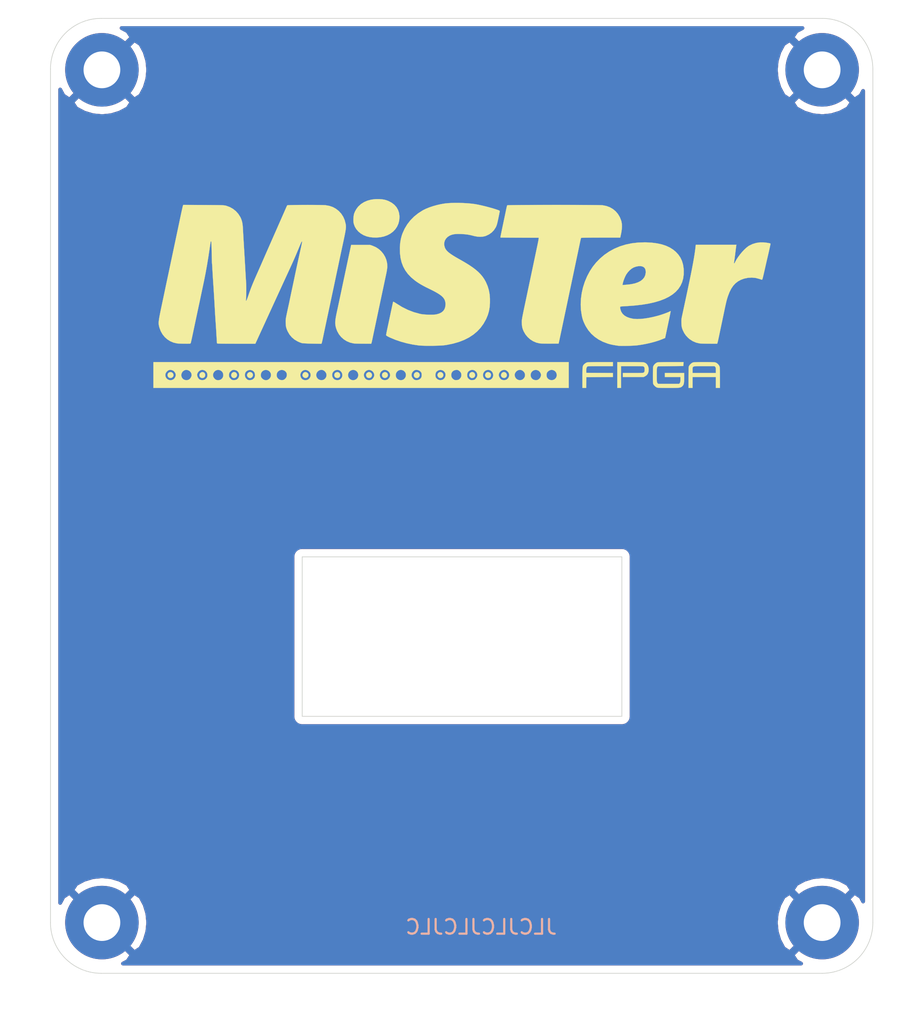
<source format=kicad_pcb>
(kicad_pcb (version 20171130) (host pcbnew "(5.1.0-0)")

  (general
    (thickness 1.6)
    (drawings 12)
    (tracks 0)
    (zones 0)
    (modules 6)
    (nets 2)
  )

  (page A4)
  (layers
    (0 F.Cu signal)
    (31 B.Cu signal)
    (32 B.Adhes user)
    (33 F.Adhes user)
    (34 B.Paste user)
    (35 F.Paste user)
    (36 B.SilkS user)
    (37 F.SilkS user)
    (38 B.Mask user)
    (39 F.Mask user)
    (40 Dwgs.User user)
    (41 Cmts.User user)
    (42 Eco1.User user)
    (43 Eco2.User user)
    (44 Edge.Cuts user)
    (45 Margin user)
    (46 B.CrtYd user)
    (47 F.CrtYd user)
    (48 B.Fab user)
    (49 F.Fab user)
  )

  (setup
    (last_trace_width 1)
    (user_trace_width 1)
    (trace_clearance 0.2)
    (zone_clearance 0.508)
    (zone_45_only no)
    (trace_min 0.2)
    (via_size 0.8)
    (via_drill 0.4)
    (via_min_size 0.4)
    (via_min_drill 0.3)
    (uvia_size 0.3)
    (uvia_drill 0.1)
    (uvias_allowed no)
    (uvia_min_size 0.2)
    (uvia_min_drill 0.1)
    (edge_width 0.05)
    (segment_width 0.2)
    (pcb_text_width 0.3)
    (pcb_text_size 1.5 1.5)
    (mod_edge_width 0.12)
    (mod_text_size 1 1)
    (mod_text_width 0.15)
    (pad_size 5 5)
    (pad_drill 2.5)
    (pad_to_mask_clearance 0.051)
    (solder_mask_min_width 0.25)
    (aux_axis_origin 0 0)
    (visible_elements FFFFFF7F)
    (pcbplotparams
      (layerselection 0x010fc_ffffffff)
      (usegerberextensions false)
      (usegerberattributes false)
      (usegerberadvancedattributes false)
      (creategerberjobfile false)
      (excludeedgelayer true)
      (linewidth 0.100000)
      (plotframeref false)
      (viasonmask false)
      (mode 1)
      (useauxorigin false)
      (hpglpennumber 1)
      (hpglpenspeed 20)
      (hpglpendiameter 15.000000)
      (psnegative false)
      (psa4output false)
      (plotreference true)
      (plotvalue true)
      (plotinvisibletext false)
      (padsonsilk false)
      (subtractmaskfromsilk false)
      (outputformat 1)
      (mirror false)
      (drillshape 0)
      (scaleselection 1)
      (outputdirectory "Gerbers/"))
  )

  (net 0 "")
  (net 1 GND)

  (net_class Default "This is the default net class."
    (clearance 0.2)
    (trace_width 0.25)
    (via_dia 0.8)
    (via_drill 0.4)
    (uvia_dia 0.3)
    (uvia_drill 0.1)
    (add_net GND)
  )

  (module VideoGames:MiSTer_Logo_1200dpi (layer F.Cu) (tedit 0) (tstamp 5F973622)
    (at 151.15 84.35)
    (fp_text reference G*** (at 0 0) (layer F.SilkS) hide
      (effects (font (size 1.524 1.524) (thickness 0.3)))
    )
    (fp_text value LOGO (at 0.75 0) (layer F.SilkS) hide
      (effects (font (size 1.524 1.524) (thickness 0.3)))
    )
    (fp_poly (pts (xy 2.932383 5.373417) (xy 2.995218 5.421296) (xy 3.036253 5.489263) (xy 3.051361 5.56731)
      (xy 3.036418 5.645429) (xy 2.996045 5.705378) (xy 2.926896 5.747026) (xy 2.84342 5.75771)
      (xy 2.760663 5.73695) (xy 2.723558 5.714082) (xy 2.671398 5.650169) (xy 2.652491 5.574966)
      (xy 2.66335 5.498215) (xy 2.700486 5.429657) (xy 2.760414 5.379033) (xy 2.839645 5.356085)
      (xy 2.851874 5.355637) (xy 2.932383 5.373417)) (layer F.SilkS) (width 0.01))
    (fp_poly (pts (xy 1.813997 5.363165) (xy 1.894716 5.402995) (xy 1.903376 5.409964) (xy 1.946277 5.453837)
      (xy 1.964952 5.50156) (xy 1.9685 5.559093) (xy 1.953119 5.652843) (xy 1.907358 5.717141)
      (xy 1.83179 5.751414) (xy 1.77026 5.757333) (xy 1.703946 5.752066) (xy 1.658322 5.729998)
      (xy 1.618915 5.689575) (xy 1.581265 5.635587) (xy 1.569742 5.583811) (xy 1.57338 5.536236)
      (xy 1.602865 5.450124) (xy 1.658907 5.390236) (xy 1.732339 5.360081) (xy 1.813997 5.363165)) (layer F.SilkS) (width 0.01))
    (fp_poly (pts (xy 0.793069 5.38467) (xy 0.853369 5.442709) (xy 0.877303 5.486669) (xy 0.893682 5.572167)
      (xy 0.874122 5.650174) (xy 0.82502 5.713236) (xy 0.752771 5.753897) (xy 0.663769 5.764705)
      (xy 0.641014 5.76209) (xy 0.597565 5.741531) (xy 0.548847 5.700027) (xy 0.538256 5.688198)
      (xy 0.50105 5.634217) (xy 0.490231 5.581318) (xy 0.493892 5.53615) (xy 0.522542 5.450949)
      (xy 0.576048 5.392005) (xy 0.645146 5.360514) (xy 0.720574 5.35767) (xy 0.793069 5.38467)) (layer F.SilkS) (width 0.01))
    (fp_poly (pts (xy -1.395064 5.371622) (xy -1.335017 5.411424) (xy -1.290936 5.468669) (xy -1.26889 5.537341)
      (xy -1.274948 5.611422) (xy -1.315181 5.684897) (xy -1.326877 5.697966) (xy -1.379259 5.740001)
      (xy -1.440169 5.756108) (xy -1.473162 5.757333) (xy -1.539368 5.750895) (xy -1.586223 5.724994)
      (xy -1.617369 5.692209) (xy -1.664477 5.609533) (xy -1.670487 5.525858) (xy -1.635533 5.446341)
      (xy -1.610295 5.417038) (xy -1.538772 5.368412) (xy -1.465005 5.355279) (xy -1.395064 5.371622)) (layer F.SilkS) (width 0.01))
    (fp_poly (pts (xy -3.002864 5.370604) (xy -2.943239 5.410639) (xy -2.90018 5.468606) (xy -2.879907 5.53861)
      (xy -2.888636 5.614757) (xy -2.931351 5.689697) (xy -2.998157 5.746438) (xy -3.074707 5.764334)
      (xy -3.143132 5.754011) (xy -3.21631 5.715414) (xy -3.263229 5.652349) (xy -3.281533 5.575285)
      (xy -3.268866 5.494694) (xy -3.222872 5.421047) (xy -3.218962 5.417038) (xy -3.146943 5.367909)
      (xy -3.072838 5.354396) (xy -3.002864 5.370604)) (layer F.SilkS) (width 0.01))
    (fp_poly (pts (xy -5.14305 5.384329) (xy -5.0845 5.434694) (xy -5.049375 5.506346) (xy -5.046131 5.594383)
      (xy -5.0471 5.599894) (xy -5.080208 5.67505) (xy -5.140199 5.728215) (xy -5.215906 5.755933)
      (xy -5.296163 5.754747) (xy -5.369803 5.721203) (xy -5.387879 5.705378) (xy -5.424717 5.654369)
      (xy -5.438934 5.589346) (xy -5.439833 5.559093) (xy -5.434467 5.492436) (xy -5.412368 5.446791)
      (xy -5.374709 5.409964) (xy -5.296609 5.367063) (xy -5.216571 5.360151) (xy -5.14305 5.384329)) (layer F.SilkS) (width 0.01))
    (fp_poly (pts (xy -6.247104 5.372932) (xy -6.180024 5.420227) (xy -6.138072 5.488044) (xy -6.125047 5.567378)
      (xy -6.144748 5.649223) (xy -6.185926 5.709708) (xy -6.243882 5.744663) (xy -6.321092 5.75791)
      (xy -6.399853 5.748388) (xy -6.449504 5.725517) (xy -6.497077 5.67045) (xy -6.525127 5.595607)
      (xy -6.527506 5.520356) (xy -6.52155 5.498578) (xy -6.48223 5.437278) (xy -6.422215 5.386251)
      (xy -6.357257 5.35764) (xy -6.335511 5.355166) (xy -6.247104 5.372932)) (layer F.SilkS) (width 0.01))
    (fp_poly (pts (xy -8.415807 5.369477) (xy -8.345785 5.417756) (xy -8.307561 5.475322) (xy -8.288424 5.558553)
      (xy -8.303178 5.641654) (xy -8.348367 5.710123) (xy -8.367163 5.725517) (xy -8.438265 5.752745)
      (xy -8.5223 5.753509) (xy -8.599838 5.728632) (xy -8.620937 5.714742) (xy -8.672532 5.65037)
      (xy -8.692292 5.572183) (xy -8.681301 5.492403) (xy -8.640645 5.423251) (xy -8.591737 5.385918)
      (xy -8.50011 5.358134) (xy -8.415807 5.369477)) (layer F.SilkS) (width 0.01))
    (fp_poly (pts (xy -14.348197 5.370604) (xy -14.288572 5.410639) (xy -14.245514 5.468606) (xy -14.22524 5.53861)
      (xy -14.233969 5.614757) (xy -14.276685 5.689697) (xy -14.347474 5.74813) (xy -14.426389 5.765187)
      (xy -14.467417 5.758484) (xy -14.550609 5.717285) (xy -14.604786 5.653542) (xy -14.627319 5.576523)
      (xy -14.615579 5.495494) (xy -14.566937 5.41972) (xy -14.564295 5.417038) (xy -14.492277 5.367909)
      (xy -14.418172 5.354396) (xy -14.348197 5.370604)) (layer F.SilkS) (width 0.01))
    (fp_poly (pts (xy -15.421296 5.373832) (xy -15.377455 5.402824) (xy -15.324156 5.471667) (xy -15.305722 5.548444)
      (xy -15.31803 5.6246) (xy -15.356954 5.691578) (xy -15.418372 5.740821) (xy -15.49816 5.763773)
      (xy -15.550459 5.761784) (xy -15.623261 5.731059) (xy -15.677431 5.670167) (xy -15.704247 5.590096)
      (xy -15.705667 5.566215) (xy -15.688274 5.479322) (xy -15.642113 5.412144) (xy -15.576212 5.369173)
      (xy -15.499597 5.354905) (xy -15.421296 5.373832)) (layer F.SilkS) (width 0.01))
    (fp_poly (pts (xy -17.575556 5.37735) (xy -17.514231 5.427956) (xy -17.475774 5.504923) (xy -17.469748 5.535201)
      (xy -17.476506 5.622977) (xy -17.516611 5.694306) (xy -17.582257 5.742677) (xy -17.665641 5.76158)
      (xy -17.731427 5.753515) (xy -17.803829 5.715276) (xy -17.84979 5.65265) (xy -17.867123 5.575943)
      (xy -17.853642 5.495465) (xy -17.80716 5.421522) (xy -17.802795 5.417038) (xy -17.729233 5.368558)
      (xy -17.650356 5.35644) (xy -17.575556 5.37735)) (layer F.SilkS) (width 0.01))
    (fp_poly (pts (xy -10.614222 5.359541) (xy -10.533702 5.398714) (xy -10.531691 5.400279) (xy -10.468052 5.470746)
      (xy -10.445572 5.550332) (xy -10.457318 5.622733) (xy -10.501543 5.698585) (xy -10.568295 5.745238)
      (xy -10.647538 5.760538) (xy -10.729234 5.742335) (xy -10.796628 5.695461) (xy -10.846428 5.623838)
      (xy -10.855684 5.546233) (xy -10.826531 5.460576) (xy -10.770582 5.392505) (xy -10.696497 5.358149)
      (xy -10.614222 5.359541)) (layer F.SilkS) (width 0.01))
    (fp_poly (pts (xy -19.76014 5.369873) (xy -19.688327 5.419604) (xy -19.652147 5.470882) (xy -19.627222 5.555203)
      (xy -19.644411 5.636569) (xy -19.695482 5.706239) (xy -19.76135 5.745316) (xy -19.843136 5.757919)
      (xy -19.922627 5.742616) (xy -19.95254 5.726426) (xy -20.007345 5.665691) (xy -20.032652 5.589196)
      (xy -20.028968 5.508997) (xy -19.996798 5.437149) (xy -19.938288 5.386548) (xy -19.845498 5.358254)
      (xy -19.76014 5.369873)) (layer F.SilkS) (width 0.01))
    (fp_poly (pts (xy -5.440638 -6.392898) (xy -5.287156 -6.368603) (xy -5.146998 -6.330778) (xy -5.00597 -6.276271)
      (xy -4.978183 -6.263894) (xy -4.769037 -6.149219) (xy -4.59442 -6.011039) (xy -4.455093 -5.850486)
      (xy -4.351815 -5.668695) (xy -4.285346 -5.466798) (xy -4.256447 -5.245928) (xy -4.255181 -5.185834)
      (xy -4.274556 -4.949523) (xy -4.330895 -4.730358) (xy -4.421767 -4.529986) (xy -4.544742 -4.350049)
      (xy -4.697392 -4.192193) (xy -4.877286 -4.058061) (xy -5.081994 -3.9493) (xy -5.309087 -3.867553)
      (xy -5.556136 -3.814464) (xy -5.82071 -3.791679) (xy -6.100379 -3.800842) (xy -6.270516 -3.821748)
      (xy -6.494993 -3.874381) (xy -6.702915 -3.957908) (xy -6.890509 -4.06888) (xy -7.054 -4.203848)
      (xy -7.189614 -4.359366) (xy -7.293579 -4.531984) (xy -7.362118 -4.718254) (xy -7.385321 -4.840327)
      (xy -7.3924 -4.955573) (xy -7.389675 -5.088961) (xy -7.378361 -5.224462) (xy -7.359673 -5.346047)
      (xy -7.341484 -5.418667) (xy -7.278057 -5.572826) (xy -7.188439 -5.730336) (xy -7.083161 -5.873486)
      (xy -7.046322 -5.915044) (xy -6.867187 -6.075849) (xy -6.660252 -6.20613) (xy -6.427869 -6.305074)
      (xy -6.172392 -6.371868) (xy -5.896174 -6.405701) (xy -5.621639 -6.406818) (xy -5.440638 -6.392898)) (layer F.SilkS) (width 0.01))
    (fp_poly (pts (xy 20.506528 -3.463738) (xy 20.607138 -3.454744) (xy 20.712296 -3.441676) (xy 20.812524 -3.426146)
      (xy 20.898347 -3.409768) (xy 20.960288 -3.394155) (xy 20.988135 -3.381755) (xy 20.986171 -3.359198)
      (xy 20.975453 -3.300257) (xy 20.957032 -3.20973) (xy 20.931961 -3.092412) (xy 20.901293 -2.953102)
      (xy 20.86608 -2.796597) (xy 20.827376 -2.627694) (xy 20.786233 -2.451191) (xy 20.754655 -2.31775)
      (xy 20.740125 -2.255673) (xy 20.718456 -2.161701) (xy 20.691801 -2.045242) (xy 20.662314 -1.9157)
      (xy 20.635918 -1.799167) (xy 20.587529 -1.58538) (xy 20.5474 -1.409296) (xy 20.514572 -1.267305)
      (xy 20.488083 -1.155794) (xy 20.466974 -1.07115) (xy 20.450284 -1.00976) (xy 20.437052 -0.968013)
      (xy 20.426319 -0.942296) (xy 20.417123 -0.928997) (xy 20.408504 -0.924503) (xy 20.403372 -0.92451)
      (xy 20.36951 -0.933029) (xy 20.308237 -0.952047) (xy 20.23196 -0.977687) (xy 20.221063 -0.981489)
      (xy 19.97311 -1.046209) (xy 19.715872 -1.070817) (xy 19.453855 -1.055224) (xy 19.198955 -1.00148)
      (xy 18.977094 -0.921645) (xy 18.779999 -0.815435) (xy 18.605558 -0.680523) (xy 18.45166 -0.514581)
      (xy 18.316193 -0.315283) (xy 18.197044 -0.080302) (xy 18.092104 0.192689) (xy 18.078829 0.232833)
      (xy 18.054683 0.308317) (xy 18.032928 0.379728) (xy 18.01231 0.45232) (xy 17.991576 0.531348)
      (xy 17.969473 0.622069) (xy 17.944748 0.729737) (xy 17.916149 0.859607) (xy 17.882422 1.016936)
      (xy 17.842315 1.206978) (xy 17.811366 1.354666) (xy 17.783159 1.489226) (xy 17.749081 1.651364)
      (xy 17.712043 1.827244) (xy 17.67496 2.003032) (xy 17.641991 2.159) (xy 17.607548 2.322082)
      (xy 17.570314 2.498948) (xy 17.53322 2.675642) (xy 17.499196 2.838209) (xy 17.472261 2.96745)
      (xy 17.446612 3.088323) (xy 17.422333 3.19805) (xy 17.401308 3.288456) (xy 17.385423 3.351366)
      (xy 17.37828 3.374908) (xy 17.357714 3.429) (xy 16.812149 3.426359) (xy 16.657956 3.425016)
      (xy 16.512133 3.422633) (xy 16.381798 3.419412) (xy 16.274073 3.415557) (xy 16.196076 3.41127)
      (xy 16.16075 3.407801) (xy 15.921973 3.350795) (xy 15.69716 3.254672) (xy 15.490618 3.12153)
      (xy 15.379991 3.027326) (xy 15.232528 2.87045) (xy 15.11613 2.702734) (xy 15.021592 2.510475)
      (xy 15.004926 2.468973) (xy 14.974692 2.386305) (xy 14.954202 2.313857) (xy 14.941007 2.238067)
      (xy 14.932658 2.145373) (xy 14.927402 2.039742) (xy 14.923913 1.916042) (xy 14.925996 1.81689)
      (xy 14.935196 1.724716) (xy 14.95306 1.621947) (xy 14.972108 1.531742) (xy 14.992573 1.437848)
      (xy 15.020733 1.307653) (xy 15.055492 1.146269) (xy 15.095755 0.958808) (xy 15.14043 0.750379)
      (xy 15.18842 0.526095) (xy 15.238631 0.291066) (xy 15.289969 0.050403) (xy 15.34134 -0.190782)
      (xy 15.390788 -0.423334) (xy 15.489688 -0.89463) (xy 15.577599 -1.325787) (xy 15.654652 -1.717516)
      (xy 15.720979 -2.070523) (xy 15.776708 -2.385518) (xy 15.821971 -2.66321) (xy 15.856898 -2.904308)
      (xy 15.876651 -3.063876) (xy 15.903472 -3.302001) (xy 17.286639 -3.302001) (xy 18.669806 -3.302)
      (xy 18.659461 -3.254375) (xy 18.653916 -3.219804) (xy 18.644273 -3.150115) (xy 18.631433 -3.052231)
      (xy 18.616299 -2.93307) (xy 18.599772 -2.799554) (xy 18.593941 -2.751667) (xy 18.576483 -2.610348)
      (xy 18.559389 -2.476829) (xy 18.543733 -2.359133) (xy 18.530589 -2.265285) (xy 18.521029 -2.203308)
      (xy 18.519216 -2.193153) (xy 18.504578 -2.099267) (xy 18.503283 -2.044591) (xy 18.514973 -2.029471)
      (xy 18.539287 -2.05425) (xy 18.575867 -2.119272) (xy 18.582402 -2.132542) (xy 18.673167 -2.29837)
      (xy 18.786214 -2.471646) (xy 18.915419 -2.645223) (xy 19.05466 -2.811956) (xy 19.197814 -2.964695)
      (xy 19.338757 -3.096295) (xy 19.471366 -3.199608) (xy 19.527008 -3.235153) (xy 19.765802 -3.351166)
      (xy 20.018685 -3.427926) (xy 20.281854 -3.464544) (xy 20.506528 -3.463738)) (layer F.SilkS) (width 0.01))
    (fp_poly (pts (xy 6.623774 -6.013157) (xy 6.943133 -6.012881) (xy 7.257139 -6.012356) (xy 7.562988 -6.011582)
      (xy 7.857874 -6.010556) (xy 8.138992 -6.009279) (xy 8.403539 -6.007748) (xy 8.648707 -6.005962)
      (xy 8.871694 -6.00392) (xy 9.069692 -6.00162) (xy 9.239899 -5.999062) (xy 9.379507 -5.996244)
      (xy 9.485713 -5.993164) (xy 9.555712 -5.989822) (xy 9.577462 -5.987908) (xy 9.829214 -5.937053)
      (xy 10.060692 -5.849959) (xy 10.269437 -5.728778) (xy 10.452989 -5.575662) (xy 10.608889 -5.392763)
      (xy 10.734676 -5.182235) (xy 10.827891 -4.946229) (xy 10.847695 -4.876352) (xy 10.873958 -4.719223)
      (xy 10.879994 -4.533373) (xy 10.866061 -4.327129) (xy 10.832422 -4.108816) (xy 10.822126 -4.058709)
      (xy 10.764083 -3.788834) (xy 9.436708 -3.788834) (xy 9.169875 -3.788523) (xy 8.926963 -3.787614)
      (xy 8.710387 -3.786143) (xy 8.522558 -3.784146) (xy 8.365891 -3.781657) (xy 8.242798 -3.778713)
      (xy 8.155693 -3.775349) (xy 8.10699 -3.771601) (xy 8.097113 -3.769064) (xy 8.088685 -3.742228)
      (xy 8.073774 -3.681802) (xy 8.054213 -3.595703) (xy 8.031837 -3.491849) (xy 8.022336 -3.446272)
      (xy 7.997842 -3.32822) (xy 7.967167 -3.181283) (xy 7.932937 -3.017985) (xy 7.897777 -2.850847)
      (xy 7.864311 -2.692393) (xy 7.863417 -2.688167) (xy 7.830117 -2.530782) (xy 7.79508 -2.364971)
      (xy 7.76091 -2.203079) (xy 7.730213 -2.057449) (xy 7.705593 -1.940424) (xy 7.704821 -1.93675)
      (xy 7.621605 -1.541188) (xy 7.534026 -1.12612) (xy 7.446611 -0.712975) (xy 7.376175 -0.381)
      (xy 7.342805 -0.223635) (xy 7.307763 -0.057845) (xy 7.27365 0.104031) (xy 7.243066 0.249653)
      (xy 7.21861 0.366682) (xy 7.217833 0.370416) (xy 7.193667 0.486114) (xy 7.163282 0.630876)
      (xy 7.129277 0.792363) (xy 7.094249 0.958234) (xy 7.060798 1.11615) (xy 7.059591 1.121833)
      (xy 7.023908 1.290067) (xy 6.984317 1.476927) (xy 6.944091 1.666952) (xy 6.906504 1.844684)
      (xy 6.878115 1.979083) (xy 6.826191 2.225075) (xy 6.782182 2.433519) (xy 6.745266 2.60829)
      (xy 6.714622 2.753263) (xy 6.689428 2.872313) (xy 6.668863 2.969313) (xy 6.652106 3.04814)
      (xy 6.638335 3.112666) (xy 6.62673 3.166768) (xy 6.616469 3.21432) (xy 6.60893 3.249083)
      (xy 6.572135 3.418416) (xy 5.990109 3.421291) (xy 5.829868 3.421383) (xy 5.676959 3.420167)
      (xy 5.538461 3.4178) (xy 5.421452 3.414438) (xy 5.333009 3.410237) (xy 5.282083 3.405641)
      (xy 5.053899 3.351244) (xy 4.838563 3.25909) (xy 4.640517 3.132913) (xy 4.464202 2.976446)
      (xy 4.314062 2.793423) (xy 4.194536 2.587578) (xy 4.134603 2.441105) (xy 4.104545 2.342779)
      (xy 4.085173 2.247095) (xy 4.07376 2.137485) (xy 4.069009 2.042583) (xy 4.067238 1.992657)
      (xy 4.066193 1.947698) (xy 4.066487 1.904169) (xy 4.068728 1.858532) (xy 4.073527 1.807246)
      (xy 4.081495 1.746776) (xy 4.093242 1.673581) (xy 4.109379 1.584124) (xy 4.130515 1.474867)
      (xy 4.157261 1.342271) (xy 4.190228 1.182798) (xy 4.230027 0.992909) (xy 4.277266 0.769066)
      (xy 4.332558 0.507731) (xy 4.33922 0.47625) (xy 4.370255 0.329402) (xy 4.399403 0.191138)
      (xy 4.425177 0.068544) (xy 4.446087 -0.031297) (xy 4.460647 -0.1013) (xy 4.465911 -0.127)
      (xy 4.47525 -0.172163) (xy 4.492103 -0.252454) (xy 4.515143 -0.361603) (xy 4.543044 -0.493337)
      (xy 4.57448 -0.641386) (xy 4.608123 -0.799478) (xy 4.613667 -0.8255) (xy 4.652232 -1.006827)
      (xy 4.696921 -1.217575) (xy 4.745195 -1.445728) (xy 4.794515 -1.679268) (xy 4.84234 -1.906181)
      (xy 4.88613 -2.11445) (xy 4.891039 -2.137834) (xy 4.931102 -2.328606) (xy 4.972742 -2.526638)
      (xy 5.014041 -2.722836) (xy 5.053085 -2.908108) (xy 5.087958 -3.073359) (xy 5.116743 -3.209496)
      (xy 5.125132 -3.249084) (xy 5.15203 -3.378275) (xy 5.175825 -3.497037) (xy 5.195054 -3.5977)
      (xy 5.208253 -3.672592) (xy 5.213957 -3.714044) (xy 5.214001 -3.71475) (xy 5.217583 -3.77825)
      (xy 3.918076 -3.783063) (xy 3.68761 -3.784029) (xy 3.469973 -3.78516) (xy 3.268809 -3.786422)
      (xy 3.08776 -3.787783) (xy 2.93047 -3.789207) (xy 2.800582 -3.790664) (xy 2.701739 -3.792118)
      (xy 2.637585 -3.793537) (xy 2.611762 -3.794887) (xy 2.61143 -3.795015) (xy 2.611196 -3.804286)
      (xy 2.614748 -3.829967) (xy 2.622624 -3.874702) (xy 2.635362 -3.941135) (xy 2.653499 -4.031911)
      (xy 2.677574 -4.149674) (xy 2.708124 -4.297068) (xy 2.745687 -4.476738) (xy 2.790801 -4.691328)
      (xy 2.844003 -4.943483) (xy 2.870622 -5.069417) (xy 2.902065 -5.218598) (xy 2.933796 -5.370012)
      (xy 2.963585 -5.512951) (xy 2.9892 -5.636708) (xy 3.008411 -5.730575) (xy 3.009542 -5.736167)
      (xy 3.029904 -5.830182) (xy 3.049681 -5.909857) (xy 3.066259 -5.965261) (xy 3.074992 -5.984875)
      (xy 3.098508 -5.988394) (xy 3.161552 -5.991686) (xy 3.261319 -5.994748) (xy 3.395004 -5.997581)
      (xy 3.559801 -6.000182) (xy 3.752906 -6.002551) (xy 3.971513 -6.004686) (xy 4.212818 -6.006586)
      (xy 4.474016 -6.008249) (xy 4.752302 -6.009674) (xy 5.04487 -6.01086) (xy 5.348915 -6.011805)
      (xy 5.661634 -6.012509) (xy 5.98022 -6.01297) (xy 6.301868 -6.013186) (xy 6.623774 -6.013157)) (layer F.SilkS) (width 0.01))
    (fp_poly (pts (xy -6.25475 -3.290401) (xy -6.082654 -3.232579) (xy -5.865709 -3.138518) (xy -5.668912 -3.011233)
      (xy -5.49536 -2.855278) (xy -5.348149 -2.675212) (xy -5.230378 -2.47559) (xy -5.145144 -2.260971)
      (xy -5.095544 -2.03591) (xy -5.084676 -1.804964) (xy -5.086763 -1.767417) (xy -5.096502 -1.675459)
      (xy -5.113557 -1.558969) (xy -5.135307 -1.434568) (xy -5.153552 -1.344084) (xy -5.181871 -1.212414)
      (xy -5.213526 -1.064217) (xy -5.243791 -0.921654) (xy -5.259606 -0.846667) (xy -5.277841 -0.76024)
      (xy -5.303166 -0.640711) (xy -5.333817 -0.496373) (xy -5.368031 -0.335522) (xy -5.404046 -0.166452)
      (xy -5.439555 0) (xy -5.479877 0.189114) (xy -5.526102 0.406331) (xy -5.575399 0.638327)
      (xy -5.62494 0.87178) (xy -5.671895 1.09337) (xy -5.707022 1.259416) (xy -5.746969 1.448369)
      (xy -5.789402 1.648964) (xy -5.832087 1.850647) (xy -5.87279 2.042865) (xy -5.909276 2.215063)
      (xy -5.939312 2.356688) (xy -5.940032 2.360083) (xy -5.972441 2.513201) (xy -6.005955 2.672263)
      (xy -6.038101 2.825482) (xy -6.066405 2.961066) (xy -6.088394 3.067226) (xy -6.088682 3.068626)
      (xy -6.110894 3.173474) (xy -6.131847 3.266793) (xy -6.149262 3.338776) (xy -6.160856 3.379615)
      (xy -6.161307 3.380835) (xy -6.179619 3.429) (xy -6.725185 3.426359) (xy -6.879377 3.425016)
      (xy -7.025201 3.422633) (xy -7.155535 3.419412) (xy -7.263261 3.415557) (xy -7.341257 3.41127)
      (xy -7.376583 3.407801) (xy -7.619218 3.350851) (xy -7.843548 3.257264) (xy -8.046342 3.12981)
      (xy -8.22437 2.971257) (xy -8.374402 2.784375) (xy -8.493206 2.571935) (xy -8.561635 2.391833)
      (xy -8.593662 2.275986) (xy -8.615014 2.165217) (xy -8.625443 2.052699) (xy -8.6247 1.931606)
      (xy -8.612535 1.795111) (xy -8.588701 1.636389) (xy -8.552947 1.448611) (xy -8.521897 1.30175)
      (xy -8.453306 0.984627) (xy -8.378351 0.635225) (xy -8.299 0.262771) (xy -8.217221 -0.123512)
      (xy -8.169664 -0.34925) (xy -8.143792 -0.471971) (xy -8.1121 -0.621812) (xy -8.077615 -0.784492)
      (xy -8.043364 -0.945734) (xy -8.021647 -1.04775) (xy -7.990504 -1.194096) (xy -7.958205 -1.34623)
      (xy -7.927404 -1.491616) (xy -7.90076 -1.61772) (xy -7.884843 -1.693334) (xy -7.869218 -1.767374)
      (xy -7.846234 -1.875777) (xy -7.817388 -2.011513) (xy -7.784181 -2.167547) (xy -7.748112 -2.336849)
      (xy -7.71068 -2.512386) (xy -7.673385 -2.687126) (xy -7.637726 -2.854036) (xy -7.605203 -3.006085)
      (xy -7.577315 -3.136241) (xy -7.559896 -3.217334) (xy -7.543956 -3.291417) (xy -6.25475 -3.290401)) (layer F.SilkS) (width 0.01))
    (fp_poly (pts (xy -17.583982 -6.006289) (xy -17.307714 -6.004644) (xy -17.070375 -6.003079) (xy -16.868565 -6.001478)
      (xy -16.698879 -5.999722) (xy -16.557916 -5.997692) (xy -16.442273 -5.995269) (xy -16.348547 -5.992336)
      (xy -16.273337 -5.988773) (xy -16.213238 -5.984463) (xy -16.16485 -5.979287) (xy -16.124768 -5.973127)
      (xy -16.089591 -5.965863) (xy -16.055916 -5.957379) (xy -16.037973 -5.952473) (xy -15.800144 -5.865434)
      (xy -15.582767 -5.743288) (xy -15.389497 -5.589135) (xy -15.223991 -5.406077) (xy -15.089906 -5.197215)
      (xy -15.048694 -5.113366) (xy -14.990676 -4.964264) (xy -14.949987 -4.806825) (xy -14.923904 -4.62864)
      (xy -14.913615 -4.497917) (xy -14.908121 -4.403277) (xy -14.900952 -4.279001) (xy -14.892834 -4.137721)
      (xy -14.884493 -3.992066) (xy -14.879537 -3.90525) (xy -14.871377 -3.763988) (xy -14.861392 -3.594093)
      (xy -14.850393 -3.409181) (xy -14.839191 -3.222871) (xy -14.828597 -3.048781) (xy -14.82725 -3.026834)
      (xy -14.811181 -2.763239) (xy -14.795656 -2.503985) (xy -14.780113 -2.239431) (xy -14.763991 -1.959938)
      (xy -14.746727 -1.655865) (xy -14.731012 -1.375834) (xy -14.722376 -1.225595) (xy -14.712955 -1.069)
      (xy -14.703555 -0.918947) (xy -14.694979 -0.788333) (xy -14.689441 -0.709084) (xy -14.684334 -0.611309)
      (xy -14.680975 -0.48824) (xy -14.679274 -0.347834) (xy -14.679141 -0.198044) (xy -14.680486 -0.046828)
      (xy -14.683219 0.097861) (xy -14.687249 0.228067) (xy -14.692488 0.335834) (xy -14.698845 0.413208)
      (xy -14.70241 0.437985) (xy -14.706798 0.488375) (xy -14.693083 0.507244) (xy -14.686731 0.507915)
      (xy -14.668456 0.48786) (xy -14.639976 0.429349) (xy -14.602288 0.33475) (xy -14.556389 0.206432)
      (xy -14.541923 0.163956) (xy -14.487421 0.004137) (xy -14.435708 -0.143144) (xy -14.384449 -0.28367)
      (xy -14.33131 -0.423221) (xy -14.273958 -0.567578) (xy -14.210059 -0.722524) (xy -14.137278 -0.89384)
      (xy -14.053282 -1.087307) (xy -13.955736 -1.308707) (xy -13.864775 -1.513417) (xy -13.826932 -1.598507)
      (xy -13.789838 -1.682293) (xy -13.750177 -1.772317) (xy -13.704637 -1.876122) (xy -13.649906 -2.001249)
      (xy -13.58267 -2.15524) (xy -13.557941 -2.211917) (xy -13.490133 -2.367087) (xy -13.41399 -2.540905)
      (xy -13.336297 -2.717908) (xy -13.26384 -2.882632) (xy -13.218921 -2.9845) (xy -13.087458 -3.282416)
      (xy -12.942314 -3.611715) (xy -12.786752 -3.964987) (xy -12.624037 -4.334821) (xy -12.475565 -4.672542)
      (xy -12.424489 -4.788651) (xy -12.362616 -4.929127) (xy -12.296272 -5.079622) (xy -12.23178 -5.225786)
      (xy -12.202688 -5.291667) (xy -12.146956 -5.418068) (xy -12.091587 -5.544064) (xy -12.04114 -5.659247)
      (xy -12.000177 -5.753208) (xy -11.980068 -5.799667) (xy -11.945512 -5.877253) (xy -11.914897 -5.941252)
      (xy -11.893702 -5.980331) (xy -11.89052 -5.984876) (xy -11.865667 -5.990135) (xy -11.802922 -5.994856)
      (xy -11.706725 -5.999029) (xy -11.581515 -6.002647) (xy -11.431731 -6.0057) (xy -11.261811 -6.008179)
      (xy -11.076195 -6.010076) (xy -10.879321 -6.011383) (xy -10.675629 -6.012089) (xy -10.469557 -6.012188)
      (xy -10.265544 -6.011669) (xy -10.068029 -6.010524) (xy -9.881452 -6.008745) (xy -9.71025 -6.006322)
      (xy -9.558863 -6.003247) (xy -9.43173 -5.999512) (xy -9.33329 -5.995107) (xy -9.268069 -5.990034)
      (xy -9.016853 -5.944124) (xy -8.79026 -5.865694) (xy -8.583365 -5.752536) (xy -8.39124 -5.602441)
      (xy -8.379734 -5.591898) (xy -8.214733 -5.410924) (xy -8.081654 -5.203922) (xy -7.982578 -4.974888)
      (xy -7.919585 -4.727819) (xy -7.91476 -4.698504) (xy -7.907044 -4.645197) (xy -7.901567 -4.594185)
      (xy -7.898885 -4.541943) (xy -7.899552 -4.484942) (xy -7.904121 -4.419657) (xy -7.913146 -4.34256)
      (xy -7.927182 -4.250125) (xy -7.946783 -4.138825) (xy -7.972503 -4.005132) (xy -8.004895 -3.845521)
      (xy -8.044515 -3.656464) (xy -8.091915 -3.434435) (xy -8.147651 -3.175907) (xy -8.17074 -3.069167)
      (xy -8.205623 -2.907484) (xy -8.241748 -2.739142) (xy -8.276736 -2.575289) (xy -8.308209 -2.427074)
      (xy -8.333788 -2.305647) (xy -8.340101 -2.275417) (xy -8.364296 -2.159728) (xy -8.394731 -2.014978)
      (xy -8.428803 -1.853503) (xy -8.463908 -1.687642) (xy -8.497443 -1.529733) (xy -8.498663 -1.524)
      (xy -8.53209 -1.366641) (xy -8.567198 -1.200856) (xy -8.601379 -1.038985) (xy -8.632029 -0.893365)
      (xy -8.656543 -0.776334) (xy -8.657325 -0.772584) (xy -8.683062 -0.6499) (xy -8.714716 -0.500106)
      (xy -8.74926 -0.337471) (xy -8.783665 -0.176263) (xy -8.805576 -0.074084) (xy -8.83695 0.072228)
      (xy -8.869434 0.224327) (xy -8.900361 0.369687) (xy -8.927065 0.495783) (xy -8.942994 0.5715)
      (xy -8.961901 0.661276) (xy -8.987776 0.783391) (xy -9.018692 0.928796) (xy -9.052723 1.088439)
      (xy -9.087944 1.253272) (xy -9.111921 1.36525) (xy -9.210446 1.826544) (xy -9.301781 2.257503)
      (xy -9.38516 2.654493) (xy -9.459817 3.013886) (xy -9.460304 3.01625) (xy -9.484636 3.130756)
      (xy -9.507828 3.233774) (xy -9.527832 3.316632) (xy -9.542599 3.370658) (xy -9.547098 3.383512)
      (xy -9.568374 3.433274) (xy -10.176395 3.422798) (xy -10.356934 3.418839) (xy -10.520471 3.41359)
      (xy -10.661649 3.407321) (xy -10.775114 3.400298) (xy -10.855512 3.392789) (xy -10.89025 3.387153)
      (xy -10.956914 3.366493) (xy -11.046291 3.332374) (xy -11.143439 3.290675) (xy -11.18752 3.270138)
      (xy -11.398136 3.146188) (xy -11.582072 2.990007) (xy -11.737492 2.803644) (xy -11.862557 2.589146)
      (xy -11.920126 2.453557) (xy -11.951565 2.362911) (xy -11.972461 2.28273) (xy -11.985556 2.197847)
      (xy -11.993593 2.093091) (xy -11.996459 2.031313) (xy -11.999318 1.943245) (xy -11.999245 1.868041)
      (xy -11.995168 1.796592) (xy -11.986017 1.719788) (xy -11.97072 1.62852) (xy -11.948207 1.513677)
      (xy -11.919308 1.375147) (xy -11.890159 1.23784) (xy -11.861687 1.104847) (xy -11.835904 0.98548)
      (xy -11.814821 0.889051) (xy -11.800593 0.8255) (xy -11.784525 0.753258) (xy -11.762674 0.651763)
      (xy -11.737644 0.533259) (xy -11.712036 0.409987) (xy -11.706082 0.381) (xy -11.679882 0.254283)
      (xy -11.647783 0.10083) (xy -11.612866 -0.064726) (xy -11.578214 -0.227751) (xy -11.556722 -0.328084)
      (xy -11.52418 -0.48008) (xy -11.489483 -0.64327) (xy -11.455648 -0.803389) (xy -11.425694 -0.94617)
      (xy -11.408976 -1.026584) (xy -11.367034 -1.227728) (xy -11.319653 -1.45163) (xy -11.266195 -1.701237)
      (xy -11.206022 -1.979498) (xy -11.138495 -2.289361) (xy -11.062975 -2.633772) (xy -10.978826 -3.01568)
      (xy -10.95375 -3.129197) (xy -10.928631 -3.244948) (xy -10.907158 -3.347893) (xy -10.890904 -3.430179)
      (xy -10.881438 -3.483951) (xy -10.879667 -3.499613) (xy -10.884197 -3.53111) (xy -10.898378 -3.52965)
      (xy -10.923097 -3.493735) (xy -10.959242 -3.421864) (xy -11.007698 -3.312538) (xy -11.049781 -3.212042)
      (xy -11.135128 -3.005244) (xy -11.209052 -2.827181) (xy -11.274875 -2.670246) (xy -11.335919 -2.526836)
      (xy -11.395506 -2.389345) (xy -11.456956 -2.250168) (xy -11.523591 -2.101701) (xy -11.598733 -1.936337)
      (xy -11.685704 -1.746472) (xy -11.76856 -1.566334) (xy -11.850446 -1.388431) (xy -11.942199 -1.188982)
      (xy -12.037654 -0.981393) (xy -12.130647 -0.779069) (xy -12.215015 -0.595418) (xy -12.250294 -0.518584)
      (xy -12.408967 -0.172932) (xy -12.550972 0.136415) (xy -12.677304 0.411626) (xy -12.788957 0.65487)
      (xy -12.886926 0.868314) (xy -12.972204 1.054128) (xy -13.045788 1.21448) (xy -13.108671 1.351537)
      (xy -13.161847 1.467469) (xy -13.206312 1.564444) (xy -13.24306 1.644629) (xy -13.273085 1.710195)
      (xy -13.297382 1.763308) (xy -13.316946 1.806137) (xy -13.332771 1.840851) (xy -13.345851 1.869618)
      (xy -13.357181 1.894607) (xy -13.361885 1.905) (xy -13.386609 1.959295) (xy -13.425536 2.044348)
      (xy -13.47514 2.152473) (xy -13.531895 2.275985) (xy -13.592274 2.407201) (xy -13.609568 2.44475)
      (xy -13.691094 2.621753) (xy -13.757995 2.767083) (xy -13.813375 2.887505) (xy -13.860341 2.989787)
      (xy -13.902001 3.080694) (xy -13.94146 3.166994) (xy -13.981825 3.255452) (xy -13.990983 3.275541)
      (xy -14.060934 3.429) (xy -15.360215 3.429) (xy -15.638457 3.428828) (xy -15.876973 3.42828)
      (xy -16.078367 3.427301) (xy -16.245243 3.425839) (xy -16.380207 3.423842) (xy -16.485865 3.421257)
      (xy -16.564819 3.41803) (xy -16.619677 3.41411) (xy -16.653042 3.409444) (xy -16.66752 3.403979)
      (xy -16.668475 3.402541) (xy -16.672422 3.373903) (xy -16.678031 3.310057) (xy -16.684781 3.218073)
      (xy -16.692157 3.105021) (xy -16.69964 2.97797) (xy -16.699866 2.973916) (xy -16.710595 2.783079)
      (xy -16.719924 2.621733) (xy -16.728651 2.477093) (xy -16.737574 2.336374) (xy -16.74749 2.18679)
      (xy -16.759198 2.015556) (xy -16.763922 1.947333) (xy -16.772579 1.821275) (xy -16.780432 1.703478)
      (xy -16.787975 1.585859) (xy -16.795703 1.460338) (xy -16.804113 1.318831) (xy -16.813699 1.153257)
      (xy -16.824957 0.955534) (xy -16.828122 0.899583) (xy -16.852621 0.473804) (xy -16.876168 0.0803)
      (xy -16.898531 -0.277113) (xy -16.911875 -0.481542) (xy -16.929927 -0.75503) (xy -16.945217 -0.991091)
      (xy -16.958038 -1.194519) (xy -16.968685 -1.37011) (xy -16.977452 -1.522658) (xy -16.984634 -1.656959)
      (xy -16.987514 -1.7145) (xy -16.993272 -1.820962) (xy -16.999434 -1.916157) (xy -17.005266 -1.989803)
      (xy -17.010038 -2.031615) (xy -17.010108 -2.032) (xy -17.012764 -2.065223) (xy -17.015906 -2.135449)
      (xy -17.019378 -2.237357) (xy -17.023026 -2.365622) (xy -17.026695 -2.514921) (xy -17.030231 -2.67993)
      (xy -17.032687 -2.809875) (xy -17.036589 -3.011567) (xy -17.040502 -3.174454) (xy -17.044624 -3.302063)
      (xy -17.049152 -3.397921) (xy -17.054282 -3.465557) (xy -17.060212 -3.508498) (xy -17.067139 -3.530272)
      (xy -17.073179 -3.534834) (xy -17.082786 -3.534227) (xy -17.090811 -3.529132) (xy -17.098249 -3.514635)
      (xy -17.106094 -3.485823) (xy -17.115342 -3.437783) (xy -17.126986 -3.365602) (xy -17.142022 -3.264368)
      (xy -17.161444 -3.129166) (xy -17.176024 -3.026834) (xy -17.261544 -2.453665) (xy -17.351089 -1.909145)
      (xy -17.447083 -1.379618) (xy -17.551944 -0.85143) (xy -17.613221 -0.561442) (xy -17.647717 -0.400799)
      (xy -17.683492 -0.233107) (xy -17.71813 -0.069773) (xy -17.749214 0.077798) (xy -17.774326 0.1982)
      (xy -17.779291 0.22225) (xy -17.804658 0.344622) (xy -17.830287 0.466809) (xy -17.8534 0.575663)
      (xy -17.871223 0.658035) (xy -17.873147 0.66675) (xy -17.885436 0.723131) (xy -17.905478 0.816256)
      (xy -17.93228 0.941449) (xy -17.964849 1.094035) (xy -18.002192 1.269339) (xy -18.043315 1.462683)
      (xy -18.087225 1.669394) (xy -18.132928 1.884794) (xy -18.179431 2.104208) (xy -18.225741 2.322961)
      (xy -18.270864 2.536377) (xy -18.313807 2.73978) (xy -18.343083 2.878666) (xy -18.372131 3.014609)
      (xy -18.39944 3.138782) (xy -18.423459 3.244406) (xy -18.442634 3.324702) (xy -18.455411 3.37289)
      (xy -18.458267 3.381375) (xy -18.466169 3.397986) (xy -18.478364 3.410158) (xy -18.500772 3.41853)
      (xy -18.539312 3.423743) (xy -18.599901 3.426436) (xy -18.68846 3.427248) (xy -18.810906 3.426821)
      (xy -18.874921 3.426418) (xy -19.01014 3.424619) (xy -19.13967 3.421223) (xy -19.254017 3.416602)
      (xy -19.343688 3.411131) (xy -19.393826 3.406029) (xy -19.631168 3.350668) (xy -19.851366 3.258224)
      (xy -20.051315 3.131552) (xy -20.227911 2.973508) (xy -20.378048 2.786946) (xy -20.498621 2.574723)
      (xy -20.586527 2.339692) (xy -20.597632 2.299088) (xy -20.612982 2.237876) (xy -20.625305 2.180625)
      (xy -20.63415 2.123891) (xy -20.639067 2.064235) (xy -20.639606 1.998214) (xy -20.635317 1.922388)
      (xy -20.625751 1.833316) (xy -20.610457 1.727555) (xy -20.588984 1.601665) (xy -20.560885 1.452205)
      (xy -20.525707 1.275732) (xy -20.483001 1.068807) (xy -20.432318 0.827987) (xy -20.373207 0.549832)
      (xy -20.362038 0.497416) (xy -20.328455 0.339323) (xy -20.291452 0.164286) (xy -20.254443 -0.011496)
      (xy -20.220843 -0.171823) (xy -20.203709 -0.254) (xy -20.173772 -0.397214) (xy -20.138321 -0.565615)
      (xy -20.100778 -0.743012) (xy -20.064566 -0.913213) (xy -20.044843 -1.005417) (xy -20.009946 -1.168618)
      (xy -19.97055 -1.353625) (xy -19.930453 -1.542561) (xy -19.893451 -1.717548) (xy -19.876258 -1.799167)
      (xy -19.84314 -1.956504) (xy -19.806221 -2.131636) (xy -19.769048 -2.307753) (xy -19.735166 -2.468046)
      (xy -19.719935 -2.54) (xy -19.635066 -2.940718) (xy -19.558078 -3.304425) (xy -19.48804 -3.635518)
      (xy -19.424024 -3.938393) (xy -19.365103 -4.217445) (xy -19.310348 -4.477073) (xy -19.258831 -4.721671)
      (xy -19.209623 -4.955636) (xy -19.167941 -5.154084) (xy -19.130778 -5.329706) (xy -19.095501 -5.493713)
      (xy -19.063225 -5.641127) (xy -19.035063 -5.766969) (xy -19.01213 -5.866259) (xy -18.995539 -5.934019)
      (xy -18.986437 -5.965201) (xy -18.964881 -6.014318) (xy -17.583982 -6.006289)) (layer F.SilkS) (width 0.01))
    (fp_poly (pts (xy 12.551833 -3.464436) (xy 12.933575 -3.441155) (xy 13.280907 -3.395147) (xy 13.595462 -3.325885)
      (xy 13.878872 -3.232847) (xy 14.132771 -3.115507) (xy 14.358791 -2.973341) (xy 14.535862 -2.82734)
      (xy 14.713289 -2.638095) (xy 14.854631 -2.43342) (xy 14.961373 -2.209936) (xy 15.034999 -1.964262)
      (xy 15.076991 -1.693018) (xy 15.08531 -1.575666) (xy 15.082949 -1.283283) (xy 15.045898 -1.010241)
      (xy 14.973856 -0.756351) (xy 14.866524 -0.521422) (xy 14.723602 -0.305264) (xy 14.544789 -0.107687)
      (xy 14.329785 0.071499) (xy 14.07829 0.232485) (xy 13.790004 0.37546) (xy 13.464627 0.500616)
      (xy 13.101858 0.608141) (xy 12.701398 0.698227) (xy 12.262947 0.771064) (xy 11.786203 0.826841)
      (xy 11.270868 0.865749) (xy 11.228917 0.868087) (xy 11.097981 0.875605) (xy 10.980549 0.883104)
      (xy 10.883541 0.890083) (xy 10.813873 0.896038) (xy 10.778465 0.900465) (xy 10.776446 0.900996)
      (xy 10.758698 0.92771) (xy 10.75664 0.984165) (xy 10.768722 1.06144) (xy 10.793392 1.150613)
      (xy 10.829099 1.242763) (xy 10.839898 1.2659) (xy 10.927465 1.398504) (xy 11.051132 1.512138)
      (xy 11.208537 1.605515) (xy 11.397319 1.677348) (xy 11.615113 1.72635) (xy 11.70888 1.739163)
      (xy 11.908342 1.750242) (xy 12.1395 1.742721) (xy 12.396435 1.717426) (xy 12.673229 1.675183)
      (xy 12.963966 1.616818) (xy 13.262727 1.543157) (xy 13.41087 1.50155) (xy 13.532553 1.464122)
      (xy 13.66158 1.421277) (xy 13.790296 1.375893) (xy 13.911045 1.330845) (xy 14.016171 1.289011)
      (xy 14.098018 1.253267) (xy 14.148931 1.226489) (xy 14.15572 1.221698) (xy 14.18414 1.208098)
      (xy 14.192284 1.210061) (xy 14.191068 1.232761) (xy 14.182009 1.290329) (xy 14.166299 1.376275)
      (xy 14.145131 1.484108) (xy 14.119695 1.60734) (xy 14.116904 1.620536) (xy 14.083236 1.779533)
      (xy 14.0447 1.961787) (xy 14.003401 2.157319) (xy 13.961444 2.356147) (xy 13.920936 2.548294)
      (xy 13.883981 2.723778) (xy 13.852686 2.87262) (xy 13.840288 2.931689) (xy 13.818072 3.037629)
      (xy 13.633808 3.115255) (xy 13.405158 3.202244) (xy 13.14415 3.285377) (xy 12.860737 3.362239)
      (xy 12.56487 3.430415) (xy 12.2665 3.487489) (xy 11.97558 3.531047) (xy 11.869101 3.543548)
      (xy 11.766544 3.552316) (xy 11.637583 3.559864) (xy 11.490046 3.566069) (xy 11.331762 3.57081)
      (xy 11.17056 3.573962) (xy 11.014269 3.575405) (xy 10.870718 3.575015) (xy 10.747736 3.57267)
      (xy 10.653151 3.568247) (xy 10.6045 3.563334) (xy 10.429901 3.535819) (xy 10.287827 3.511098)
      (xy 10.168743 3.487158) (xy 10.063115 3.461985) (xy 9.961409 3.433567) (xy 9.89937 3.41446)
      (xy 9.581268 3.293742) (xy 9.290173 3.142049) (xy 9.027407 2.960488) (xy 8.794292 2.750163)
      (xy 8.592152 2.51218) (xy 8.422308 2.247643) (xy 8.360811 2.128655) (xy 8.29557 1.988857)
      (xy 8.24649 1.870523) (xy 8.20836 1.758574) (xy 8.175971 1.63793) (xy 8.148252 1.513416)
      (xy 8.091928 1.145863) (xy 8.072815 0.76486) (xy 8.090181 0.375727) (xy 8.143292 -0.016217)
      (xy 8.231415 -0.405652) (xy 8.282539 -0.565041) (xy 10.916077 -0.565041) (xy 11.130067 -0.579779)
      (xy 11.24951 -0.589958) (xy 11.379883 -0.604134) (xy 11.498254 -0.619735) (xy 11.529904 -0.624617)
      (xy 11.772312 -0.677228) (xy 11.981652 -0.750726) (xy 12.156911 -0.84426) (xy 12.297078 -0.956979)
      (xy 12.401141 -1.088031) (xy 12.46809 -1.236566) (xy 12.496913 -1.401732) (xy 12.498032 -1.439334)
      (xy 12.489108 -1.568421) (xy 12.458292 -1.667592) (xy 12.401975 -1.745115) (xy 12.344084 -1.791849)
      (xy 12.246949 -1.83419) (xy 12.124143 -1.85161) (xy 11.983825 -1.844636) (xy 11.834156 -1.813793)
      (xy 11.683298 -1.759606) (xy 11.657071 -1.747614) (xy 11.531395 -1.671502) (xy 11.403802 -1.564471)
      (xy 11.284313 -1.436218) (xy 11.182949 -1.296438) (xy 11.171595 -1.277874) (xy 11.107308 -1.155939)
      (xy 11.044221 -1.011054) (xy 10.98856 -0.859535) (xy 10.94655 -0.717698) (xy 10.931137 -0.647646)
      (xy 10.916077 -0.565041) (xy 8.282539 -0.565041) (xy 8.353816 -0.78726) (xy 8.509761 -1.155722)
      (xy 8.518933 -1.17475) (xy 8.697686 -1.508766) (xy 8.895794 -1.810946) (xy 9.11932 -2.089648)
      (xy 9.373648 -2.352583) (xy 9.680039 -2.614528) (xy 10.010733 -2.842264) (xy 10.364528 -3.03537)
      (xy 10.740224 -3.193428) (xy 11.13662 -3.316015) (xy 11.552517 -3.402714) (xy 11.986713 -3.453103)
      (xy 12.438007 -3.466762) (xy 12.551833 -3.464436)) (layer F.SilkS) (width 0.01))
    (fp_poly (pts (xy -0.192417 -6.148349) (xy 0.085886 -6.139776) (xy 0.358294 -6.124213) (xy 0.615317 -6.101874)
      (xy 0.847465 -6.072971) (xy 0.920652 -6.061416) (xy 1.106503 -6.026472) (xy 1.319024 -5.980332)
      (xy 1.547229 -5.92585) (xy 1.78013 -5.865879) (xy 2.00674 -5.803271) (xy 2.216072 -5.740878)
      (xy 2.397139 -5.681555) (xy 2.434167 -5.668451) (xy 2.50693 -5.640676) (xy 2.547484 -5.619029)
      (xy 2.564046 -5.597081) (xy 2.564835 -5.568402) (xy 2.564573 -5.566416) (xy 2.558187 -5.530454)
      (xy 2.544464 -5.4601) (xy 2.52482 -5.36238) (xy 2.500672 -5.24432) (xy 2.473435 -5.112948)
      (xy 2.465614 -5.075525) (xy 2.431732 -4.91739) (xy 2.403054 -4.79347) (xy 2.377403 -4.696298)
      (xy 2.352602 -4.618405) (xy 2.326473 -4.552321) (xy 2.296839 -4.490579) (xy 2.292875 -4.482975)
      (xy 2.171791 -4.297081) (xy 2.018762 -4.137767) (xy 1.836487 -4.007291) (xy 1.627669 -3.907912)
      (xy 1.5875 -3.893509) (xy 1.423524 -3.855445) (xy 1.236251 -3.842917) (xy 1.036047 -3.855787)
      (xy 0.833275 -3.89392) (xy 0.795389 -3.903988) (xy 0.596818 -3.954329) (xy 0.406809 -3.990899)
      (xy 0.210379 -4.015907) (xy -0.007455 -4.031565) (xy -0.09525 -4.035385) (xy -0.296633 -4.038064)
      (xy -0.465156 -4.028837) (xy -0.608912 -4.006523) (xy -0.735993 -3.969943) (xy -0.835583 -3.927421)
      (xy -0.979363 -3.836078) (xy -1.090781 -3.721813) (xy -1.168057 -3.589602) (xy -1.209412 -3.444419)
      (xy -1.213065 -3.291237) (xy -1.177238 -3.135033) (xy -1.145645 -3.060748) (xy -1.101802 -2.984455)
      (xy -1.044674 -2.909545) (xy -0.970927 -2.833497) (xy -0.877228 -2.75379) (xy -0.760241 -2.667904)
      (xy -0.616633 -2.57332) (xy -0.443069 -2.467517) (xy -0.236215 -2.347974) (xy -0.105833 -2.27478)
      (xy 0.20568 -2.096049) (xy 0.479825 -1.926889) (xy 0.719733 -1.764551) (xy 0.928537 -1.606288)
      (xy 1.109369 -1.449349) (xy 1.265361 -1.290986) (xy 1.399645 -1.12845) (xy 1.515354 -0.958991)
      (xy 1.61562 -0.779862) (xy 1.629705 -0.751613) (xy 1.741561 -0.490571) (xy 1.823025 -0.222021)
      (xy 1.875377 0.060776) (xy 1.899898 0.36456) (xy 1.899066 0.666006) (xy 1.876996 0.952565)
      (xy 1.831038 1.214789) (xy 1.758142 1.465192) (xy 1.655261 1.716288) (xy 1.630536 1.768272)
      (xy 1.462056 2.06957) (xy 1.262653 2.343373) (xy 1.032015 2.589879) (xy 0.76983 2.809284)
      (xy 0.475786 3.001785) (xy 0.14957 3.167577) (xy -0.209128 3.306858) (xy -0.600622 3.419824)
      (xy -1.025224 3.506672) (xy -1.163541 3.528311) (xy -1.272493 3.54034) (xy -1.41596 3.550402)
      (xy -1.586167 3.558429) (xy -1.775339 3.564352) (xy -1.975701 3.568101) (xy -2.179477 3.569607)
      (xy -2.378893 3.568799) (xy -2.566172 3.56561) (xy -2.733539 3.559969) (xy -2.87322 3.551807)
      (xy -2.95275 3.544276) (xy -3.361524 3.482764) (xy -3.768098 3.396547) (xy -4.163892 3.288085)
      (xy -4.540325 3.159842) (xy -4.888814 3.014282) (xy -5.020074 2.95095) (xy -5.10028 2.907129)
      (xy -5.146312 2.872501) (xy -5.163993 2.842397) (xy -5.164667 2.835031) (xy -5.160348 2.800453)
      (xy -5.148409 2.73252) (xy -5.130373 2.639209) (xy -5.107764 2.528499) (xy -5.090913 2.449006)
      (xy -5.068466 2.344327) (xy -5.038928 2.206102) (xy -5.003974 2.042199) (xy -4.965279 1.860487)
      (xy -4.924521 1.668835) (xy -4.883375 1.475111) (xy -4.857823 1.354666) (xy -4.820988 1.181481)
      (xy -4.786617 1.020893) (xy -4.755762 0.877732) (xy -4.729472 0.756824) (xy -4.708796 0.662999)
      (xy -4.694784 0.601084) (xy -4.688551 0.57608) (xy -4.667008 0.574399) (xy -4.613372 0.599719)
      (xy -4.527507 0.652113) (xy -4.461266 0.696029) (xy -4.076874 0.932632) (xy -3.683781 1.127891)
      (xy -3.281604 1.281973) (xy -2.869957 1.395043) (xy -2.798914 1.410217) (xy -2.687259 1.427731)
      (xy -2.548771 1.441276) (xy -2.393612 1.450649) (xy -2.231944 1.455643) (xy -2.07393 1.456056)
      (xy -1.929731 1.451682) (xy -1.809511 1.442317) (xy -1.739469 1.431533) (xy -1.549095 1.376278)
      (xy -1.394482 1.298577) (xy -1.275151 1.197858) (xy -1.190621 1.073548) (xy -1.140409 0.925076)
      (xy -1.124035 0.75187) (xy -1.125315 0.701592) (xy -1.138136 0.586892) (xy -1.166945 0.481337)
      (xy -1.214544 0.382356) (xy -1.283741 0.28738) (xy -1.377338 0.193837) (xy -1.498142 0.099158)
      (xy -1.648957 0.000771) (xy -1.832588 -0.103894) (xy -2.051839 -0.217406) (xy -2.21551 -0.297502)
      (xy -2.444897 -0.410331) (xy -2.642118 -0.513252) (xy -2.814829 -0.610717) (xy -2.970688 -0.70718)
      (xy -3.117352 -0.807093) (xy -3.215018 -0.878734) (xy -3.467563 -1.090122) (xy -3.682516 -1.316307)
      (xy -3.8607 -1.559139) (xy -4.002935 -1.820465) (xy -4.110044 -2.102133) (xy -4.182848 -2.405993)
      (xy -4.22217 -2.733892) (xy -4.228831 -3.087679) (xy -4.226642 -3.153834) (xy -4.205504 -3.433796)
      (xy -4.164639 -3.687161) (xy -4.101764 -3.925901) (xy -4.052246 -4.067837) (xy -3.907332 -4.390595)
      (xy -3.726941 -4.690733) (xy -3.512061 -4.967138) (xy -3.263677 -5.218696) (xy -2.982778 -5.444294)
      (xy -2.67035 -5.642818) (xy -2.642507 -5.658334) (xy -2.448695 -5.753398) (xy -2.222421 -5.844338)
      (xy -1.973543 -5.928131) (xy -1.711919 -6.001753) (xy -1.447407 -6.062182) (xy -1.189863 -6.106395)
      (xy -1.17475 -6.108479) (xy -0.96778 -6.129997) (xy -0.72874 -6.143672) (xy -0.467122 -6.149718)
      (xy -0.192417 -6.148349)) (layer F.SilkS) (width 0.01))
    (fp_poly (pts (xy 16.565652 4.677826) (xy 16.725268 4.679033) (xy 16.874834 4.681372) (xy 17.007811 4.684844)
      (xy 17.117661 4.689446) (xy 17.197843 4.695178) (xy 17.24018 4.701554) (xy 17.325557 4.742453)
      (xy 17.409616 4.811166) (xy 17.479456 4.894791) (xy 17.522171 4.980425) (xy 17.523445 4.984819)
      (xy 17.53078 5.034224) (xy 17.536843 5.123653) (xy 17.541563 5.250816) (xy 17.54487 5.413421)
      (xy 17.546693 5.609177) (xy 17.547048 5.752041) (xy 17.547167 6.434666) (xy 17.272 6.434666)
      (xy 17.272 5.693833) (xy 15.6845 5.693833) (xy 15.6845 6.434666) (xy 15.409333 6.434666)
      (xy 15.409333 5.749395) (xy 15.409756 5.579955) (xy 15.410955 5.421413) (xy 15.412826 5.279448)
      (xy 15.415263 5.159737) (xy 15.415938 5.138366) (xy 15.683794 5.138366) (xy 15.684394 5.205095)
      (xy 15.6845 5.228991) (xy 15.6845 5.418666) (xy 17.272 5.418666) (xy 17.272 5.234822)
      (xy 17.27065 5.142214) (xy 17.265178 5.081097) (xy 17.253451 5.040676) (xy 17.233334 5.010156)
      (xy 17.225977 5.001989) (xy 17.179954 4.953) (xy 16.478551 4.953) (xy 16.274063 4.952785)
      (xy 16.107933 4.953062) (xy 15.976193 4.955207) (xy 15.874879 4.9606) (xy 15.800023 4.97062)
      (xy 15.747658 4.986645) (xy 15.71382 5.010053) (xy 15.694541 5.042224) (xy 15.685854 5.084535)
      (xy 15.683794 5.138366) (xy 15.415938 5.138366) (xy 15.418162 5.067958) (xy 15.421418 5.009791)
      (xy 15.423273 4.994426) (xy 15.452818 4.926135) (xy 15.509497 4.851138) (xy 15.582096 4.780658)
      (xy 15.659399 4.725919) (xy 15.71625 4.701231) (xy 15.763114 4.694465) (xy 15.845703 4.688843)
      (xy 15.957479 4.684362) (xy 16.0919 4.681021) (xy 16.242429 4.678819) (xy 16.402526 4.677755)
      (xy 16.565652 4.677826)) (layer F.SilkS) (width 0.01))
    (fp_poly (pts (xy 15.066385 4.810125) (xy 15.060083 4.942416) (xy 14.195655 4.953) (xy 13.331226 4.963583)
      (xy 13.29078 5.013553) (xy 13.277814 5.032442) (xy 13.267943 5.056633) (xy 13.26075 5.091719)
      (xy 13.255818 5.143291) (xy 13.252729 5.216941) (xy 13.251067 5.318263) (xy 13.250414 5.452847)
      (xy 13.250333 5.55574) (xy 13.250522 5.713196) (xy 13.251393 5.833991) (xy 13.253399 5.923795)
      (xy 13.256994 5.988279) (xy 13.262633 6.033114) (xy 13.270768 6.063971) (xy 13.281855 6.08652)
      (xy 13.294203 6.103728) (xy 13.338072 6.1595) (xy 14.771261 6.1595) (xy 14.81513 6.103728)
      (xy 14.837755 6.067628) (xy 14.851162 6.022743) (xy 14.857519 5.957582) (xy 14.859 5.870895)
      (xy 14.859 5.693833) (xy 13.800667 5.693833) (xy 13.800667 5.418666) (xy 15.113 5.418666)
      (xy 15.112535 5.762625) (xy 15.110579 5.918244) (xy 15.104117 6.038555) (xy 15.091552 6.130484)
      (xy 15.071283 6.200954) (xy 15.04171 6.256892) (xy 15.001235 6.305223) (xy 14.983212 6.322531)
      (xy 14.95066 6.351033) (xy 14.918123 6.374249) (xy 14.881066 6.392714) (xy 14.834952 6.406964)
      (xy 14.775244 6.417532) (xy 14.697408 6.424956) (xy 14.596905 6.429768) (xy 14.469201 6.432504)
      (xy 14.309758 6.433699) (xy 14.114041 6.433887) (xy 14.039471 6.433819) (xy 13.838483 6.433356)
      (xy 13.675465 6.432352) (xy 13.546054 6.43062) (xy 13.445889 6.427973) (xy 13.370606 6.424225)
      (xy 13.315844 6.419188) (xy 13.277241 6.412676) (xy 13.250434 6.404502) (xy 13.23975 6.399554)
      (xy 13.142698 6.33297) (xy 13.058891 6.24728) (xy 13.020902 6.19125) (xy 13.009789 6.166034)
      (xy 13.001238 6.131969) (xy 12.994931 6.08368) (xy 12.990549 6.015794) (xy 12.987773 5.922938)
      (xy 12.986285 5.799736) (xy 12.985766 5.640817) (xy 12.98575 5.598583) (xy 12.986429 5.448314)
      (xy 12.988338 5.307942) (xy 12.991282 5.184355) (xy 12.995068 5.084439) (xy 12.999501 5.015082)
      (xy 13.002934 4.988175) (xy 13.036085 4.910798) (xy 13.09719 4.830827) (xy 13.174464 4.760263)
      (xy 13.256123 4.711104) (xy 13.285231 4.700704) (xy 13.330158 4.694452) (xy 13.415295 4.689124)
      (xy 13.538528 4.68477) (xy 13.697744 4.681442) (xy 13.890827 4.679193) (xy 14.115664 4.678072)
      (xy 14.219718 4.677951) (xy 15.072687 4.677833) (xy 15.066385 4.810125)) (layer F.SilkS) (width 0.01))
    (fp_poly (pts (xy 11.435292 4.677951) (xy 11.673428 4.678556) (xy 11.881642 4.680269) (xy 12.057694 4.683036)
      (xy 12.199346 4.686805) (xy 12.30436 4.691521) (xy 12.370499 4.697134) (xy 12.38929 4.700526)
      (xy 12.498815 4.751921) (xy 12.58828 4.836416) (xy 12.653834 4.948006) (xy 12.691627 5.080683)
      (xy 12.699495 5.184383) (xy 12.684181 5.340971) (xy 12.639383 5.468109) (xy 12.564124 5.567644)
      (xy 12.457719 5.641277) (xy 12.353021 5.693833) (xy 10.943167 5.693833) (xy 10.943167 5.418666)
      (xy 11.640842 5.418666) (xy 11.830991 5.418604) (xy 11.983331 5.41823) (xy 12.102386 5.417259)
      (xy 12.19268 5.415411) (xy 12.258738 5.412401) (xy 12.305083 5.407947) (xy 12.336241 5.401765)
      (xy 12.356734 5.393574) (xy 12.371088 5.38309) (xy 12.381675 5.372342) (xy 12.406609 5.335964)
      (xy 12.419953 5.286391) (xy 12.42466 5.21085) (xy 12.424833 5.185531) (xy 12.422571 5.105117)
      (xy 12.413485 5.053771) (xy 12.394127 5.018364) (xy 12.375844 4.999022) (xy 12.362023 4.986921)
      (xy 12.346075 4.977152) (xy 12.323639 4.969465) (xy 12.290354 4.963611) (xy 12.241859 4.95934)
      (xy 12.173792 4.956403) (xy 12.081794 4.95455) (xy 11.961502 4.953531) (xy 11.808556 4.953098)
      (xy 11.618596 4.953001) (xy 11.571511 4.953) (xy 10.816167 4.953) (xy 10.816167 6.434666)
      (xy 10.562167 6.434666) (xy 10.562167 4.677833) (xy 11.435292 4.677951)) (layer F.SilkS) (width 0.01))
    (fp_poly (pts (xy 10.265833 4.953) (xy 9.408583 4.953) (xy 9.195224 4.95308) (xy 9.020174 4.953445)
      (xy 8.879411 4.954276) (xy 8.768913 4.955756) (xy 8.684655 4.958068) (xy 8.622614 4.961396)
      (xy 8.578768 4.96592) (xy 8.549093 4.971826) (xy 8.529567 4.979295) (xy 8.516165 4.988509)
      (xy 8.510526 4.993807) (xy 8.476692 5.051825) (xy 8.454865 5.140637) (xy 8.447031 5.249905)
      (xy 8.449249 5.312833) (xy 8.456083 5.408083) (xy 10.265833 5.419121) (xy 10.265833 5.693378)
      (xy 8.456083 5.704416) (xy 8.450292 6.069541) (xy 8.4445 6.434666) (xy 8.1915 6.434666)
      (xy 8.1915 5.72349) (xy 8.191615 5.519546) (xy 8.192458 5.353267) (xy 8.19478 5.219987)
      (xy 8.199328 5.115037) (xy 8.206854 5.033749) (xy 8.218105 4.971456) (xy 8.23383 4.923491)
      (xy 8.25478 4.885185) (xy 8.281703 4.851872) (xy 8.315349 4.818882) (xy 8.340344 4.796155)
      (xy 8.405664 4.747451) (xy 8.476062 4.709857) (xy 8.50221 4.700526) (xy 8.546587 4.694387)
      (xy 8.630851 4.689128) (xy 8.752564 4.684808) (xy 8.909287 4.681488) (xy 9.098583 4.679227)
      (xy 9.318012 4.678084) (xy 9.424458 4.677951) (xy 10.265833 4.677833) (xy 10.265833 4.953)) (layer F.SilkS) (width 0.01))
    (fp_poly (pts (xy 7.260167 6.434666) (xy -20.997333 6.434666) (xy -20.997333 5.582975) (xy -20.185933 5.582975)
      (xy -20.162791 5.687587) (xy -20.110349 5.776916) (xy -20.03485 5.846723) (xy -19.942536 5.892768)
      (xy -19.839648 5.910811) (xy -19.73243 5.896614) (xy -19.627122 5.845936) (xy -19.621681 5.842128)
      (xy -19.557084 5.775838) (xy -19.505514 5.686126) (xy -19.476736 5.591778) (xy -19.473798 5.557641)
      (xy -19.475655 5.547662) (xy -19.101691 5.547662) (xy -19.090045 5.657744) (xy -19.043206 5.758962)
      (xy -18.962232 5.842989) (xy -18.949308 5.852179) (xy -18.853638 5.894568) (xy -18.744186 5.908024)
      (xy -18.636602 5.892323) (xy -18.561005 5.857704) (xy -18.497135 5.797327) (xy -18.442006 5.713914)
      (xy -18.404858 5.624126) (xy -18.394298 5.557056) (xy -18.402128 5.515907) (xy -18.022394 5.515907)
      (xy -18.019845 5.598258) (xy -17.989803 5.690256) (xy -17.939598 5.777479) (xy -17.876562 5.845506)
      (xy -17.84383 5.867143) (xy -17.747029 5.898955) (xy -17.640182 5.904955) (xy -17.539845 5.885567)
      (xy -17.483452 5.857875) (xy -17.39299 5.77866) (xy -17.339527 5.686207) (xy -17.319627 5.593309)
      (xy -17.322873 5.547758) (xy -16.94576 5.547758) (xy -16.929608 5.656966) (xy -16.872753 5.76286)
      (xy -16.790526 5.849787) (xy -16.711676 5.892385) (xy -16.613465 5.909432) (xy -16.510247 5.900979)
      (xy -16.416375 5.867075) (xy -16.38731 5.848407) (xy -16.303864 5.768039) (xy -16.256669 5.674339)
      (xy -16.241078 5.583727) (xy -15.856134 5.583727) (xy -15.84229 5.676535) (xy -15.836353 5.693833)
      (xy -15.805777 5.743503) (xy -15.755176 5.801658) (xy -15.698231 5.854431) (xy -15.648623 5.887954)
      (xy -15.642167 5.890647) (xy -15.577339 5.90223) (xy -15.493145 5.902625) (xy -15.409718 5.892979)
      (xy -15.34719 5.874439) (xy -15.345877 5.873772) (xy -15.256529 5.805339) (xy -15.194388 5.71219)
      (xy -15.162728 5.604526) (xy -15.163354 5.571012) (xy -14.773052 5.571012) (xy -14.761899 5.662125)
      (xy -14.744473 5.710759) (xy -14.704978 5.76806) (xy -14.650102 5.826935) (xy -14.594008 5.873375)
      (xy -14.562667 5.890604) (xy -14.482086 5.905317) (xy -14.387413 5.902043) (xy -14.298253 5.882802)
      (xy -14.244952 5.857875) (xy -14.160289 5.788233) (xy -14.110534 5.712852) (xy -14.088859 5.618904)
      (xy -14.086417 5.559989) (xy -14.088107 5.545092) (xy -13.693567 5.545092) (xy -13.685444 5.648127)
      (xy -13.649082 5.73422) (xy -13.563881 5.827843) (xy -13.464021 5.88746) (xy -13.356461 5.911513)
      (xy -13.248159 5.898445) (xy -13.146138 5.84675) (xy -13.061834 5.761288) (xy -13.011492 5.660283)
      (xy -12.995309 5.551978) (xy -12.996195 5.546741) (xy -12.614177 5.546741) (xy -12.605296 5.650655)
      (xy -12.569078 5.735662) (xy -12.484611 5.830682) (xy -12.385559 5.886706) (xy -12.268782 5.905491)
      (xy -12.266083 5.9055) (xy -12.170114 5.895813) (xy -12.093865 5.863446) (xy -12.084509 5.857371)
      (xy -11.99643 5.775999) (xy -11.93876 5.675957) (xy -11.923889 5.609602) (xy -10.998075 5.609602)
      (xy -10.967427 5.715126) (xy -10.908278 5.805794) (xy -10.831181 5.866801) (xy -10.726896 5.903096)
      (xy -10.615106 5.908475) (xy -10.510073 5.883566) (xy -10.45032 5.85005) (xy -10.365634 5.764387)
      (xy -10.31362 5.663795) (xy -10.295756 5.556564) (xy -10.301444 5.522743) (xy -9.92049 5.522743)
      (xy -9.915192 5.629948) (xy -9.87535 5.732319) (xy -9.800463 5.822024) (xy -9.772245 5.844459)
      (xy -9.674008 5.891999) (xy -9.562879 5.908216) (xy -9.453409 5.892445) (xy -9.38569 5.862099)
      (xy -9.300261 5.787583) (xy -9.24299 5.69235) (xy -9.217518 5.586627) (xy -9.22264 5.532163)
      (xy -8.839787 5.532163) (xy -8.828465 5.645467) (xy -8.801403 5.714829) (xy -8.732702 5.814013)
      (xy -8.645856 5.87593) (xy -8.536163 5.903456) (xy -8.489617 5.9055) (xy -8.402197 5.899454)
      (xy -8.334917 5.877536) (xy -8.291893 5.851976) (xy -8.206636 5.771525) (xy -8.1555 5.674698)
      (xy -8.137827 5.569256) (xy -8.1379 5.568741) (xy -7.755628 5.568741) (xy -7.736023 5.683017)
      (xy -7.684463 5.777665) (xy -7.608057 5.849368) (xy -7.513916 5.894808) (xy -7.409149 5.910667)
      (xy -7.300867 5.893626) (xy -7.19618 5.840369) (xy -7.187446 5.833891) (xy -7.110789 5.750649)
      (xy -7.066637 5.648519) (xy -7.056504 5.53745) (xy -7.060842 5.518648) (xy -6.679603 5.518648)
      (xy -6.675999 5.619044) (xy -6.638841 5.720488) (xy -6.574384 5.809632) (xy -6.52274 5.853358)
      (xy -6.428358 5.894913) (xy -6.319845 5.907996) (xy -6.213072 5.892447) (xy -6.136494 5.857249)
      (xy -6.063903 5.789798) (xy -6.006621 5.702016) (xy -5.97389 5.610016) (xy -5.594856 5.610016)
      (xy -5.564908 5.713517) (xy -5.501804 5.805444) (xy -5.433816 5.86119) (xy -5.344817 5.896609)
      (xy -5.239577 5.906827) (xy -5.135531 5.892028) (xy -5.056994 5.857249) (xy -4.984403 5.789798)
      (xy -4.927121 5.702016) (xy -4.894266 5.609668) (xy -4.89027 5.572175) (xy -4.512289 5.572175)
      (xy -4.491701 5.68511) (xy -4.474141 5.728092) (xy -4.412083 5.813063) (xy -4.324534 5.872817)
      (xy -4.221632 5.904995) (xy -4.113516 5.907241) (xy -4.010323 5.877196) (xy -3.961113 5.847388)
      (xy -3.879129 5.763053) (xy -3.83038 5.663067) (xy -3.822042 5.60689) (xy -3.433673 5.60689)
      (xy -3.42768 5.635235) (xy -3.396268 5.707557) (xy -3.34518 5.78281) (xy -3.28573 5.84675)
      (xy -3.229237 5.885137) (xy -3.229074 5.885203) (xy -3.144368 5.903844) (xy -3.046327 5.902779)
      (xy -2.954079 5.883595) (xy -2.899618 5.857875) (xy -2.814955 5.788233) (xy -2.7652 5.712852)
      (xy -2.743525 5.618904) (xy -2.741083 5.559989) (xy -2.742444 5.532498) (xy -1.812341 5.532498)
      (xy -1.808775 5.63431) (xy -1.782298 5.722747) (xy -1.765471 5.750489) (xy -1.677076 5.838324)
      (xy -1.572177 5.8912) (xy -1.458426 5.907341) (xy -1.343472 5.884969) (xy -1.291252 5.860671)
      (xy -1.209311 5.791933) (xy -1.1521 5.6981) (xy -1.123546 5.592555) (xy -0.735613 5.592555)
      (xy -0.709961 5.700776) (xy -0.65256 5.789479) (xy -0.569554 5.859729) (xy -0.520555 5.888047)
      (xy -0.470172 5.901305) (xy -0.401558 5.902918) (xy -0.365492 5.901082) (xy -0.284955 5.892882)
      (xy -0.230343 5.876576) (xy -0.185305 5.846321) (xy -0.167811 5.830436) (xy -0.093218 5.74379)
      (xy -0.053498 5.653595) (xy -0.043284 5.559989) (xy 0.34925 5.559989) (xy 0.358901 5.666763)
      (xy 0.392421 5.749052) (xy 0.45666 5.819633) (xy 0.509946 5.859729) (xy 0.558071 5.887697)
      (xy 0.607339 5.901033) (xy 0.674177 5.903004) (xy 0.716985 5.900893) (xy 0.7935 5.894135)
      (xy 0.844102 5.880765) (xy 0.885203 5.853583) (xy 0.932208 5.806468) (xy 1.007938 5.700457)
      (xy 1.043 5.5907) (xy 1.042557 5.582338) (xy 1.423519 5.582338) (xy 1.42441 5.594868)
      (xy 1.450188 5.703382) (xy 1.509367 5.792753) (xy 1.587285 5.857875) (xy 1.673902 5.894768)
      (xy 1.777778 5.906991) (xy 1.881604 5.894314) (xy 1.95852 5.862793) (xy 2.045279 5.788029)
      (xy 2.099052 5.697012) (xy 2.121874 5.596954) (xy 2.119571 5.558447) (xy 2.497667 5.558447)
      (xy 2.513461 5.640324) (xy 2.554623 5.729741) (xy 2.611818 5.80999) (xy 2.664838 5.857704)
      (xy 2.754377 5.89514) (xy 2.860429 5.906968) (xy 2.965644 5.892982) (xy 3.039143 5.862099)
      (xy 3.12623 5.786365) (xy 3.182552 5.691299) (xy 3.207001 5.585803) (xy 3.202115 5.524519)
      (xy 3.580712 5.524519) (xy 3.592041 5.635675) (xy 3.612078 5.695562) (xy 3.670826 5.789808)
      (xy 3.755925 5.858657) (xy 3.857868 5.899219) (xy 3.967149 5.908603) (xy 4.074265 5.883917)
      (xy 4.130906 5.853358) (xy 4.215869 5.773082) (xy 4.268851 5.674787) (xy 4.288513 5.567385)
      (xy 4.287931 5.563204) (xy 4.663488 5.563204) (xy 4.684036 5.67577) (xy 4.689877 5.69131)
      (xy 4.751489 5.793484) (xy 4.840106 5.864095) (xy 4.952012 5.900705) (xy 5.0165 5.9055)
      (xy 5.097932 5.900918) (xy 5.158795 5.882956) (xy 5.220264 5.845288) (xy 5.221829 5.844157)
      (xy 5.297918 5.76727) (xy 5.352113 5.66932) (xy 5.375802 5.566855) (xy 5.74979 5.566855)
      (xy 5.762108 5.666614) (xy 5.785331 5.730267) (xy 5.853336 5.817176) (xy 5.945284 5.87627)
      (xy 6.05147 5.905422) (xy 6.162187 5.902504) (xy 6.267729 5.865388) (xy 6.302141 5.843569)
      (xy 6.384526 5.761644) (xy 6.432326 5.666174) (xy 6.447893 5.564292) (xy 6.433581 5.463131)
      (xy 6.391744 5.369823) (xy 6.324736 5.291499) (xy 6.234911 5.235293) (xy 6.124622 5.208338)
      (xy 6.092063 5.207) (xy 5.990052 5.22589) (xy 5.891339 5.276745) (xy 5.810899 5.350836)
      (xy 5.787507 5.384494) (xy 5.758296 5.466561) (xy 5.74979 5.566855) (xy 5.375802 5.566855)
      (xy 5.37591 5.566391) (xy 5.376333 5.551921) (xy 5.358187 5.460398) (xy 5.309837 5.368191)
      (xy 5.240419 5.290254) (xy 5.197815 5.259617) (xy 5.089164 5.216804) (xy 4.98168 5.210882)
      (xy 4.881127 5.236953) (xy 4.793269 5.290118) (xy 4.723868 5.36548) (xy 4.678686 5.458142)
      (xy 4.663488 5.563204) (xy 4.287931 5.563204) (xy 4.273518 5.459785) (xy 4.222529 5.360899)
      (xy 4.207594 5.342608) (xy 4.119225 5.261479) (xy 4.026169 5.217906) (xy 3.937 5.207)
      (xy 3.829639 5.223524) (xy 3.734576 5.275806) (xy 3.679055 5.326818) (xy 3.609421 5.423197)
      (xy 3.580712 5.524519) (xy 3.202115 5.524519) (xy 3.198468 5.47878) (xy 3.155847 5.379129)
      (xy 3.106617 5.319921) (xy 3.03067 5.256191) (xy 2.962372 5.221114) (xy 2.886387 5.207796)
      (xy 2.855459 5.207) (xy 2.748071 5.226441) (xy 2.650441 5.279425) (xy 2.570727 5.357939)
      (xy 2.517084 5.453971) (xy 2.497667 5.558447) (xy 2.119571 5.558447) (xy 2.115779 5.495073)
      (xy 2.082799 5.398581) (xy 2.024968 5.314694) (xy 1.944321 5.250627) (xy 1.842891 5.213594)
      (xy 1.773759 5.207348) (xy 1.658605 5.227206) (xy 1.559935 5.281365) (xy 1.48382 5.363094)
      (xy 1.436325 5.465662) (xy 1.423519 5.582338) (xy 1.042557 5.582338) (xy 1.037177 5.480891)
      (xy 0.990252 5.374725) (xy 0.960005 5.334202) (xy 0.867789 5.254275) (xy 0.761254 5.212648)
      (xy 0.646487 5.210529) (xy 0.530106 5.248854) (xy 0.436921 5.313064) (xy 0.378708 5.395605)
      (xy 0.351957 5.502511) (xy 0.34925 5.559989) (xy -0.043284 5.559989) (xy -0.042413 5.552009)
      (xy -0.060111 5.437936) (xy -0.114461 5.341893) (xy -0.207634 5.260085) (xy -0.210583 5.258121)
      (xy -0.269892 5.224055) (xy -0.324272 5.209683) (xy -0.394987 5.210031) (xy -0.410966 5.211264)
      (xy -0.531978 5.239747) (xy -0.628905 5.299989) (xy -0.69743 5.386918) (xy -0.733238 5.495464)
      (xy -0.735613 5.592555) (xy -1.123546 5.592555) (xy -1.123031 5.590652) (xy -1.125518 5.481067)
      (xy -1.153561 5.397543) (xy -1.222199 5.306287) (xy -1.312666 5.245132) (xy -1.416365 5.214742)
      (xy -1.524702 5.215783) (xy -1.62908 5.248919) (xy -1.720904 5.314815) (xy -1.752737 5.351206)
      (xy -1.793496 5.432924) (xy -1.812341 5.532498) (xy -2.742444 5.532498) (xy -2.745369 5.473417)
      (xy -2.761022 5.411595) (xy -2.790491 5.359979) (xy -2.867708 5.28349) (xy -2.966128 5.231938)
      (xy -3.073949 5.208549) (xy -3.17937 5.216545) (xy -3.23703 5.237989) (xy -3.327621 5.305509)
      (xy -3.393972 5.396543) (xy -3.431014 5.500526) (xy -3.433673 5.60689) (xy -3.822042 5.60689)
      (xy -3.814459 5.555803) (xy -3.830958 5.449636) (xy -3.87947 5.35294) (xy -3.959588 5.27409)
      (xy -3.989917 5.25506) (xy -4.099593 5.21412) (xy -4.206242 5.210384) (xy -4.30467 5.238779)
      (xy -4.389683 5.294229) (xy -4.456086 5.371661) (xy -4.498686 5.466001) (xy -4.512289 5.572175)
      (xy -4.89027 5.572175) (xy -4.889848 5.568224) (xy -4.907862 5.460672) (xy -4.957929 5.365776)
      (xy -5.03248 5.288519) (xy -5.123942 5.233885) (xy -5.224745 5.206857) (xy -5.327317 5.212419)
      (xy -5.39326 5.23686) (xy -5.49085 5.308365) (xy -5.557318 5.399612) (xy -5.592157 5.502772)
      (xy -5.594856 5.610016) (xy -5.97389 5.610016) (xy -5.973766 5.609668) (xy -5.969348 5.568224)
      (xy -5.988586 5.456776) (xy -6.042375 5.35741) (xy -6.123182 5.277658) (xy -6.223469 5.225052)
      (xy -6.330693 5.207079) (xy -6.43902 5.22708) (xy -6.536713 5.281992) (xy -6.615537 5.364462)
      (xy -6.667257 5.467135) (xy -6.679603 5.518648) (xy -7.060842 5.518648) (xy -7.081903 5.427389)
      (xy -7.116031 5.364205) (xy -7.19652 5.278279) (xy -7.290808 5.226969) (xy -7.391876 5.208031)
      (xy -7.492705 5.21922) (xy -7.586275 5.258291) (xy -7.665569 5.322999) (xy -7.723566 5.411101)
      (xy -7.753248 5.520351) (xy -7.755628 5.568741) (xy -8.1379 5.568741) (xy -8.152962 5.462963)
      (xy -8.200249 5.36358) (xy -8.27903 5.27887) (xy -8.343907 5.23686) (xy -8.435224 5.210363)
      (xy -8.539847 5.212968) (xy -8.641203 5.243788) (xy -8.660622 5.253818) (xy -8.753307 5.327962)
      (xy -8.813881 5.423536) (xy -8.839787 5.532163) (xy -9.22264 5.532163) (xy -9.227486 5.480639)
      (xy -9.238547 5.448835) (xy -9.303148 5.338988) (xy -9.388624 5.260324) (xy -9.488664 5.215369)
      (xy -9.596958 5.20665) (xy -9.707194 5.236692) (xy -9.734148 5.250461) (xy -9.829466 5.325166)
      (xy -9.891747 5.418538) (xy -9.92049 5.522743) (xy -10.301444 5.522743) (xy -10.313515 5.450986)
      (xy -10.363344 5.361489) (xy -10.455381 5.274851) (xy -10.559134 5.224413) (xy -10.667486 5.209747)
      (xy -10.773317 5.230426) (xy -10.86951 5.286021) (xy -10.948946 5.376105) (xy -10.961767 5.397458)
      (xy -10.997196 5.500089) (xy -10.998075 5.609602) (xy -11.923889 5.609602) (xy -11.914197 5.566361)
      (xy -11.925434 5.456328) (xy -11.948561 5.397543) (xy -12.017125 5.306497) (xy -12.107629 5.245377)
      (xy -12.211395 5.214878) (xy -12.319739 5.215694) (xy -12.423982 5.248522) (xy -12.515441 5.314058)
      (xy -12.546536 5.349631) (xy -12.59431 5.441593) (xy -12.614177 5.546741) (xy -12.996195 5.546741)
      (xy -13.013482 5.444614) (xy -13.066211 5.346434) (xy -13.132563 5.28068) (xy -13.236276 5.226085)
      (xy -13.347961 5.209005) (xy -13.458602 5.228183) (xy -13.559186 5.282358) (xy -13.626036 5.349631)
      (xy -13.673476 5.440778) (xy -13.693567 5.545092) (xy -14.088107 5.545092) (xy -14.099927 5.440929)
      (xy -14.143112 5.348786) (xy -14.219951 5.276832) (xy -14.271849 5.246519) (xy -14.379602 5.213693)
      (xy -14.491571 5.217357) (xy -14.597555 5.254237) (xy -14.687352 5.32106) (xy -14.742606 5.397543)
      (xy -14.76658 5.475947) (xy -14.773052 5.571012) (xy -15.163354 5.571012) (xy -15.16482 5.492549)
      (xy -15.194853 5.403015) (xy -15.263408 5.305733) (xy -15.353762 5.243419) (xy -15.46991 5.213504)
      (xy -15.492616 5.211448) (xy -15.566757 5.209415) (xy -15.619688 5.219936) (xy -15.67196 5.248642)
      (xy -15.699616 5.268171) (xy -15.759482 5.319958) (xy -15.80857 5.3764) (xy -15.823088 5.399442)
      (xy -15.849394 5.483841) (xy -15.856134 5.583727) (xy -16.241078 5.583727) (xy -16.241053 5.583586)
      (xy -16.250861 5.468253) (xy -16.293184 5.370451) (xy -16.361006 5.293058) (xy -16.447313 5.238949)
      (xy -16.545091 5.211001) (xy -16.647326 5.212089) (xy -16.747003 5.245091) (xy -16.837107 5.312882)
      (xy -16.85439 5.332084) (xy -16.920818 5.438407) (xy -16.94576 5.547758) (xy -17.322873 5.547758)
      (xy -17.327923 5.476913) (xy -17.37199 5.373624) (xy -17.445784 5.289953) (xy -17.54326 5.232413)
      (xy -17.658372 5.207518) (xy -17.678188 5.207) (xy -17.784808 5.226955) (xy -17.880999 5.282138)
      (xy -17.958933 5.365522) (xy -18.010779 5.470082) (xy -18.022394 5.515907) (xy -18.402128 5.515907)
      (xy -18.414928 5.448646) (xy -18.470261 5.349298) (xy -18.552823 5.271686) (xy -18.568374 5.261948)
      (xy -18.684502 5.214882) (xy -18.798246 5.208842) (xy -18.90489 5.243067) (xy -18.999721 5.316794)
      (xy -19.015172 5.334202) (xy -19.077087 5.43704) (xy -19.101691 5.547662) (xy -19.475655 5.547662)
      (xy -19.49167 5.461628) (xy -19.540778 5.366678) (xy -19.612303 5.287551) (xy -19.651851 5.259617)
      (xy -19.747206 5.220656) (xy -19.848514 5.206836) (xy -19.939957 5.21961) (xy -19.96685 5.230706)
      (xy -20.046077 5.286138) (xy -20.116164 5.361066) (xy -20.164221 5.440732) (xy -20.173535 5.467319)
      (xy -20.185933 5.582975) (xy -20.997333 5.582975) (xy -20.997333 4.677833) (xy 7.260167 4.677833)
      (xy 7.260167 6.434666)) (layer F.SilkS) (width 0.01))
  )

  (module MountingHole:MountingHole_2.5mm_Pad (layer F.Cu) (tedit 56D1B4CB) (tstamp 5F973010)
    (at 175.65 127.15)
    (descr "Mounting Hole 2.5mm")
    (tags "mounting hole 2.5mm")
    (path /5F971078)
    (attr virtual)
    (fp_text reference H4 (at 0 -3.5) (layer F.Fab)
      (effects (font (size 1 1) (thickness 0.15)))
    )
    (fp_text value MountingHole_Pad (at 0 3.5) (layer F.Fab)
      (effects (font (size 1 1) (thickness 0.15)))
    )
    (fp_circle (center 0 0) (end 2.75 0) (layer F.CrtYd) (width 0.05))
    (fp_circle (center 0 0) (end 2.5 0) (layer Cmts.User) (width 0.15))
    (fp_text user %R (at 0.3 0) (layer F.Fab)
      (effects (font (size 1 1) (thickness 0.15)))
    )
    (pad 1 thru_hole circle (at 0 0) (size 5 5) (drill 2.5) (layers *.Cu *.Mask)
      (net 1 GND))
  )

  (module MountingHole:MountingHole_2.5mm_Pad (layer F.Cu) (tedit 56D1B4CB) (tstamp 5F973008)
    (at 126.65 69.15)
    (descr "Mounting Hole 2.5mm")
    (tags "mounting hole 2.5mm")
    (path /5F970DA0)
    (attr virtual)
    (fp_text reference H3 (at 0 -3.5) (layer F.Fab)
      (effects (font (size 1 1) (thickness 0.15)))
    )
    (fp_text value MountingHole_Pad (at 0 3.5) (layer F.Fab)
      (effects (font (size 1 1) (thickness 0.15)))
    )
    (fp_circle (center 0 0) (end 2.75 0) (layer F.CrtYd) (width 0.05))
    (fp_circle (center 0 0) (end 2.5 0) (layer Cmts.User) (width 0.15))
    (fp_text user %R (at 0.3 0) (layer F.Fab)
      (effects (font (size 1 1) (thickness 0.15)))
    )
    (pad 1 thru_hole circle (at 0 0) (size 5 5) (drill 2.5) (layers *.Cu *.Mask)
      (net 1 GND))
  )

  (module MountingHole:MountingHole_2.5mm_Pad (layer F.Cu) (tedit 56D1B4CB) (tstamp 5F973000)
    (at 175.65 69.15)
    (descr "Mounting Hole 2.5mm")
    (tags "mounting hole 2.5mm")
    (path /5F970BAC)
    (attr virtual)
    (fp_text reference H2 (at 0 -3.5) (layer F.Fab)
      (effects (font (size 1 1) (thickness 0.15)))
    )
    (fp_text value MountingHole_Pad (at 0 3.5) (layer F.Fab)
      (effects (font (size 1 1) (thickness 0.15)))
    )
    (fp_circle (center 0 0) (end 2.75 0) (layer F.CrtYd) (width 0.05))
    (fp_circle (center 0 0) (end 2.5 0) (layer Cmts.User) (width 0.15))
    (fp_text user %R (at 0.3 0) (layer F.Fab)
      (effects (font (size 1 1) (thickness 0.15)))
    )
    (pad 1 thru_hole circle (at 0 0) (size 5 5) (drill 2.5) (layers *.Cu *.Mask)
      (net 1 GND))
  )

  (module MountingHole:MountingHole_2.5mm_Pad (layer F.Cu) (tedit 56D1B4CB) (tstamp 5F972FF8)
    (at 126.65 127.15)
    (descr "Mounting Hole 2.5mm")
    (tags "mounting hole 2.5mm")
    (path /5F9702E7)
    (attr virtual)
    (fp_text reference H1 (at 0 -3.5) (layer F.Fab)
      (effects (font (size 1 1) (thickness 0.15)))
    )
    (fp_text value MountingHole_Pad (at 0 3.5) (layer F.Fab)
      (effects (font (size 1 1) (thickness 0.15)))
    )
    (fp_circle (center 0 0) (end 2.75 0) (layer F.CrtYd) (width 0.05))
    (fp_circle (center 0 0) (end 2.5 0) (layer Cmts.User) (width 0.15))
    (fp_text user %R (at 0.3 0) (layer F.Fab)
      (effects (font (size 1 1) (thickness 0.15)))
    )
    (pad 1 thru_hole circle (at 0 0) (size 5 5) (drill 2.5) (layers *.Cu *.Mask)
      (net 1 GND))
  )

  (module VideoGames:JLCJLCJLCJLC (layer B.Cu) (tedit 5F96D644) (tstamp 5F972C91)
    (at 152.45 126.95)
    (path /5F96E48B)
    (fp_text reference U1 (at 0 -0.5) (layer B.Fab)
      (effects (font (size 1 1) (thickness 0.15)) (justify mirror))
    )
    (fp_text value JLCJLCJLCJLC (at 0 0.5) (layer B.SilkS)
      (effects (font (size 1 1) (thickness 0.15)) (justify mirror))
    )
  )

  (gr_line (start 162.025 102.275) (end 162.025 113.125) (layer Edge.Cuts) (width 0.05) (tstamp 5F96DA62))
  (gr_line (start 162.025 102.275) (end 140.275 102.275) (layer Edge.Cuts) (width 0.05) (tstamp 5F96DA61))
  (gr_line (start 162.025 113.125) (end 140.275 113.125) (layer Edge.Cuts) (width 0.05) (tstamp 5F96DA60))
  (gr_line (start 140.275 102.275) (end 140.275 113.125) (layer Edge.Cuts) (width 0.05))
  (gr_arc (start 126.6 69.1) (end 126.6 65.65) (angle -90) (layer Edge.Cuts) (width 0.05) (tstamp 5F8D114A))
  (gr_arc (start 175.65 69.1) (end 179.1 69.1) (angle -90) (layer Edge.Cuts) (width 0.05) (tstamp 5F8D114A))
  (gr_arc (start 175.65 127.15) (end 175.65 130.6) (angle -90) (layer Edge.Cuts) (width 0.05) (tstamp 5F8D114A))
  (gr_arc (start 126.6 127.15) (end 123.15 127.15) (angle -90) (layer Edge.Cuts) (width 0.05))
  (gr_line (start 123.15 69.1) (end 123.15 127.15) (layer Edge.Cuts) (width 0.05))
  (gr_line (start 175.65 65.65) (end 126.6 65.65) (layer Edge.Cuts) (width 0.05))
  (gr_line (start 179.1 127.15) (end 179.1 69.1) (layer Edge.Cuts) (width 0.05))
  (gr_line (start 126.6 130.6) (end 175.65 130.6) (layer Edge.Cuts) (width 0.05))

  (zone (net 1) (net_name GND) (layer F.Cu) (tstamp 5F8D85CE) (hatch edge 0.508)
    (connect_pads (clearance 0.508))
    (min_thickness 0.254)
    (fill yes (arc_segments 32) (thermal_gap 0.508) (thermal_bridge_width 0.508))
    (polygon
      (pts
        (xy 121.85 64.4) (xy 181.75 64.4) (xy 181.75 134.05) (xy 121.95 134.05)
      )
    )
    (filled_polygon
      (pts
        (xy 173.902627 66.528882) (xy 173.626457 66.946852) (xy 175.65 68.970395) (xy 175.664143 68.956253) (xy 175.843748 69.135858)
        (xy 175.829605 69.15) (xy 177.853148 71.173543) (xy 178.271118 70.897373) (xy 178.440001 70.58061) (xy 178.44 125.718582)
        (xy 178.271118 125.402627) (xy 177.853148 125.126457) (xy 175.829605 127.15) (xy 175.843748 127.164143) (xy 175.664143 127.343748)
        (xy 175.65 127.329605) (xy 173.626457 129.353148) (xy 173.902627 129.771118) (xy 174.219388 129.94) (xy 128.081418 129.94)
        (xy 128.397373 129.771118) (xy 128.673543 129.353148) (xy 126.65 127.329605) (xy 126.635858 127.343748) (xy 126.456253 127.164143)
        (xy 126.470395 127.15) (xy 126.829605 127.15) (xy 128.853148 129.173543) (xy 129.271118 128.897373) (xy 129.561649 128.352443)
        (xy 129.740287 127.761304) (xy 129.799519 127.153328) (xy 172.499832 127.153328) (xy 172.56101 127.767831) (xy 172.740897 128.358592)
        (xy 173.028882 128.897373) (xy 173.446852 129.173543) (xy 175.470395 127.15) (xy 173.446852 125.126457) (xy 173.028882 125.402627)
        (xy 172.738351 125.947557) (xy 172.559713 126.538696) (xy 172.499832 127.153328) (xy 129.799519 127.153328) (xy 129.800168 127.146672)
        (xy 129.73899 126.532169) (xy 129.559103 125.941408) (xy 129.271118 125.402627) (xy 128.853148 125.126457) (xy 126.829605 127.15)
        (xy 126.470395 127.15) (xy 124.446852 125.126457) (xy 124.028882 125.402627) (xy 123.81 125.81317) (xy 123.81 124.946852)
        (xy 124.626457 124.946852) (xy 126.65 126.970395) (xy 128.673543 124.946852) (xy 173.626457 124.946852) (xy 175.65 126.970395)
        (xy 177.673543 124.946852) (xy 177.397373 124.528882) (xy 176.852443 124.238351) (xy 176.261304 124.059713) (xy 175.646672 123.999832)
        (xy 175.032169 124.06101) (xy 174.441408 124.240897) (xy 173.902627 124.528882) (xy 173.626457 124.946852) (xy 128.673543 124.946852)
        (xy 128.397373 124.528882) (xy 127.852443 124.238351) (xy 127.261304 124.059713) (xy 126.646672 123.999832) (xy 126.032169 124.06101)
        (xy 125.441408 124.240897) (xy 124.902627 124.528882) (xy 124.626457 124.946852) (xy 123.81 124.946852) (xy 123.81 102.275)
        (xy 139.611807 102.275) (xy 139.615 102.307419) (xy 139.615001 113.092571) (xy 139.611807 113.125) (xy 139.62455 113.254383)
        (xy 139.66229 113.378793) (xy 139.723575 113.49345) (xy 139.806052 113.593948) (xy 139.90655 113.676425) (xy 140.021207 113.73771)
        (xy 140.145617 113.77545) (xy 140.242581 113.785) (xy 140.275 113.788193) (xy 140.307419 113.785) (xy 161.992581 113.785)
        (xy 162.025 113.788193) (xy 162.057419 113.785) (xy 162.154383 113.77545) (xy 162.278793 113.73771) (xy 162.39345 113.676425)
        (xy 162.493948 113.593948) (xy 162.576425 113.49345) (xy 162.63771 113.378793) (xy 162.67545 113.254383) (xy 162.688193 113.125)
        (xy 162.685 113.092581) (xy 162.685 102.307419) (xy 162.688193 102.275) (xy 162.67545 102.145617) (xy 162.63771 102.021207)
        (xy 162.576425 101.90655) (xy 162.493948 101.806052) (xy 162.39345 101.723575) (xy 162.278793 101.66229) (xy 162.154383 101.62455)
        (xy 162.057419 101.615) (xy 162.025 101.611807) (xy 161.992581 101.615) (xy 140.307419 101.615) (xy 140.275 101.611807)
        (xy 140.242581 101.615) (xy 140.145617 101.62455) (xy 140.021207 101.66229) (xy 139.90655 101.723575) (xy 139.806052 101.806052)
        (xy 139.723575 101.90655) (xy 139.66229 102.021207) (xy 139.62455 102.145617) (xy 139.611807 102.275) (xy 123.81 102.275)
        (xy 123.81 71.353148) (xy 124.626457 71.353148) (xy 124.902627 71.771118) (xy 125.447557 72.061649) (xy 126.038696 72.240287)
        (xy 126.653328 72.300168) (xy 127.267831 72.23899) (xy 127.858592 72.059103) (xy 128.397373 71.771118) (xy 128.673543 71.353148)
        (xy 173.626457 71.353148) (xy 173.902627 71.771118) (xy 174.447557 72.061649) (xy 175.038696 72.240287) (xy 175.653328 72.300168)
        (xy 176.267831 72.23899) (xy 176.858592 72.059103) (xy 177.397373 71.771118) (xy 177.673543 71.353148) (xy 175.65 69.329605)
        (xy 173.626457 71.353148) (xy 128.673543 71.353148) (xy 126.65 69.329605) (xy 124.626457 71.353148) (xy 123.81 71.353148)
        (xy 123.81 70.487874) (xy 124.028882 70.897373) (xy 124.446852 71.173543) (xy 126.470395 69.15) (xy 126.829605 69.15)
        (xy 128.853148 71.173543) (xy 129.271118 70.897373) (xy 129.561649 70.352443) (xy 129.740287 69.761304) (xy 129.799519 69.153328)
        (xy 172.499832 69.153328) (xy 172.56101 69.767831) (xy 172.740897 70.358592) (xy 173.028882 70.897373) (xy 173.446852 71.173543)
        (xy 175.470395 69.15) (xy 173.446852 67.126457) (xy 173.028882 67.402627) (xy 172.738351 67.947557) (xy 172.559713 68.538696)
        (xy 172.499832 69.153328) (xy 129.799519 69.153328) (xy 129.800168 69.146672) (xy 129.73899 68.532169) (xy 129.559103 67.941408)
        (xy 129.271118 67.402627) (xy 128.853148 67.126457) (xy 126.829605 69.15) (xy 126.470395 69.15) (xy 126.456253 69.135858)
        (xy 126.635858 68.956253) (xy 126.65 68.970395) (xy 128.673543 66.946852) (xy 128.397373 66.528882) (xy 127.98683 66.31)
        (xy 174.312126 66.31)
      )
    )
  )
  (zone (net 1) (net_name GND) (layer B.Cu) (tstamp 5F8D85CB) (hatch edge 0.508)
    (connect_pads (clearance 0.508))
    (min_thickness 0.254)
    (fill yes (arc_segments 32) (thermal_gap 0.508) (thermal_bridge_width 0.508))
    (polygon
      (pts
        (xy 121.85 64.4) (xy 181.75 64.4) (xy 181.75 134.05) (xy 121.95 134.05)
      )
    )
    (filled_polygon
      (pts
        (xy 173.902627 66.528882) (xy 173.626457 66.946852) (xy 175.65 68.970395) (xy 175.664143 68.956253) (xy 175.843748 69.135858)
        (xy 175.829605 69.15) (xy 177.853148 71.173543) (xy 178.271118 70.897373) (xy 178.440001 70.58061) (xy 178.44 125.718582)
        (xy 178.271118 125.402627) (xy 177.853148 125.126457) (xy 175.829605 127.15) (xy 175.843748 127.164143) (xy 175.664143 127.343748)
        (xy 175.65 127.329605) (xy 173.626457 129.353148) (xy 173.902627 129.771118) (xy 174.219388 129.94) (xy 128.081418 129.94)
        (xy 128.397373 129.771118) (xy 128.673543 129.353148) (xy 126.65 127.329605) (xy 126.635858 127.343748) (xy 126.456253 127.164143)
        (xy 126.470395 127.15) (xy 126.829605 127.15) (xy 128.853148 129.173543) (xy 129.271118 128.897373) (xy 129.561649 128.352443)
        (xy 129.740287 127.761304) (xy 129.799519 127.153328) (xy 172.499832 127.153328) (xy 172.56101 127.767831) (xy 172.740897 128.358592)
        (xy 173.028882 128.897373) (xy 173.446852 129.173543) (xy 175.470395 127.15) (xy 173.446852 125.126457) (xy 173.028882 125.402627)
        (xy 172.738351 125.947557) (xy 172.559713 126.538696) (xy 172.499832 127.153328) (xy 129.799519 127.153328) (xy 129.800168 127.146672)
        (xy 129.73899 126.532169) (xy 129.559103 125.941408) (xy 129.271118 125.402627) (xy 128.853148 125.126457) (xy 126.829605 127.15)
        (xy 126.470395 127.15) (xy 124.446852 125.126457) (xy 124.028882 125.402627) (xy 123.81 125.81317) (xy 123.81 124.946852)
        (xy 124.626457 124.946852) (xy 126.65 126.970395) (xy 128.673543 124.946852) (xy 173.626457 124.946852) (xy 175.65 126.970395)
        (xy 177.673543 124.946852) (xy 177.397373 124.528882) (xy 176.852443 124.238351) (xy 176.261304 124.059713) (xy 175.646672 123.999832)
        (xy 175.032169 124.06101) (xy 174.441408 124.240897) (xy 173.902627 124.528882) (xy 173.626457 124.946852) (xy 128.673543 124.946852)
        (xy 128.397373 124.528882) (xy 127.852443 124.238351) (xy 127.261304 124.059713) (xy 126.646672 123.999832) (xy 126.032169 124.06101)
        (xy 125.441408 124.240897) (xy 124.902627 124.528882) (xy 124.626457 124.946852) (xy 123.81 124.946852) (xy 123.81 102.275)
        (xy 139.611807 102.275) (xy 139.615 102.307419) (xy 139.615001 113.092571) (xy 139.611807 113.125) (xy 139.62455 113.254383)
        (xy 139.66229 113.378793) (xy 139.723575 113.49345) (xy 139.806052 113.593948) (xy 139.90655 113.676425) (xy 140.021207 113.73771)
        (xy 140.145617 113.77545) (xy 140.242581 113.785) (xy 140.275 113.788193) (xy 140.307419 113.785) (xy 161.992581 113.785)
        (xy 162.025 113.788193) (xy 162.057419 113.785) (xy 162.154383 113.77545) (xy 162.278793 113.73771) (xy 162.39345 113.676425)
        (xy 162.493948 113.593948) (xy 162.576425 113.49345) (xy 162.63771 113.378793) (xy 162.67545 113.254383) (xy 162.688193 113.125)
        (xy 162.685 113.092581) (xy 162.685 102.307419) (xy 162.688193 102.275) (xy 162.67545 102.145617) (xy 162.63771 102.021207)
        (xy 162.576425 101.90655) (xy 162.493948 101.806052) (xy 162.39345 101.723575) (xy 162.278793 101.66229) (xy 162.154383 101.62455)
        (xy 162.057419 101.615) (xy 162.025 101.611807) (xy 161.992581 101.615) (xy 140.307419 101.615) (xy 140.275 101.611807)
        (xy 140.242581 101.615) (xy 140.145617 101.62455) (xy 140.021207 101.66229) (xy 139.90655 101.723575) (xy 139.806052 101.806052)
        (xy 139.723575 101.90655) (xy 139.66229 102.021207) (xy 139.62455 102.145617) (xy 139.611807 102.275) (xy 123.81 102.275)
        (xy 123.81 71.353148) (xy 124.626457 71.353148) (xy 124.902627 71.771118) (xy 125.447557 72.061649) (xy 126.038696 72.240287)
        (xy 126.653328 72.300168) (xy 127.267831 72.23899) (xy 127.858592 72.059103) (xy 128.397373 71.771118) (xy 128.673543 71.353148)
        (xy 173.626457 71.353148) (xy 173.902627 71.771118) (xy 174.447557 72.061649) (xy 175.038696 72.240287) (xy 175.653328 72.300168)
        (xy 176.267831 72.23899) (xy 176.858592 72.059103) (xy 177.397373 71.771118) (xy 177.673543 71.353148) (xy 175.65 69.329605)
        (xy 173.626457 71.353148) (xy 128.673543 71.353148) (xy 126.65 69.329605) (xy 124.626457 71.353148) (xy 123.81 71.353148)
        (xy 123.81 70.487874) (xy 124.028882 70.897373) (xy 124.446852 71.173543) (xy 126.470395 69.15) (xy 126.829605 69.15)
        (xy 128.853148 71.173543) (xy 129.271118 70.897373) (xy 129.561649 70.352443) (xy 129.740287 69.761304) (xy 129.799519 69.153328)
        (xy 172.499832 69.153328) (xy 172.56101 69.767831) (xy 172.740897 70.358592) (xy 173.028882 70.897373) (xy 173.446852 71.173543)
        (xy 175.470395 69.15) (xy 173.446852 67.126457) (xy 173.028882 67.402627) (xy 172.738351 67.947557) (xy 172.559713 68.538696)
        (xy 172.499832 69.153328) (xy 129.799519 69.153328) (xy 129.800168 69.146672) (xy 129.73899 68.532169) (xy 129.559103 67.941408)
        (xy 129.271118 67.402627) (xy 128.853148 67.126457) (xy 126.829605 69.15) (xy 126.470395 69.15) (xy 126.456253 69.135858)
        (xy 126.635858 68.956253) (xy 126.65 68.970395) (xy 128.673543 66.946852) (xy 128.397373 66.528882) (xy 127.98683 66.31)
        (xy 174.312126 66.31)
      )
    )
  )
)

</source>
